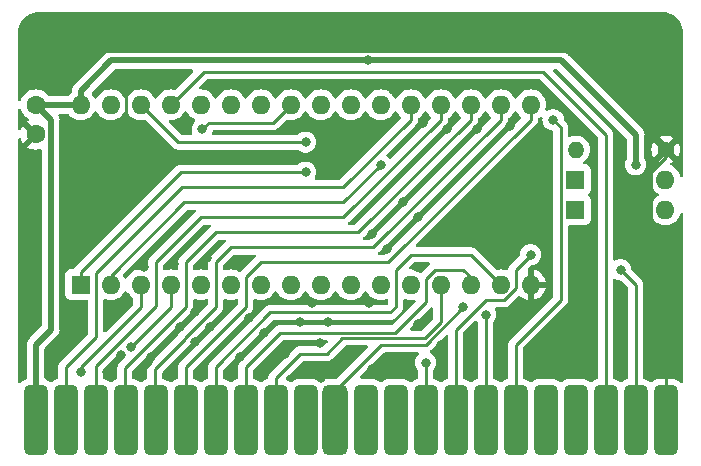
<source format=gbr>
%TF.GenerationSoftware,KiCad,Pcbnew,7.0.10*%
%TF.CreationDate,2024-01-06T19:25:06+00:00*%
%TF.ProjectId,v1a,7631612e-6b69-4636-9164-5f7063625858,rev?*%
%TF.SameCoordinates,Original*%
%TF.FileFunction,Copper,L2,Bot*%
%TF.FilePolarity,Positive*%
%FSLAX46Y46*%
G04 Gerber Fmt 4.6, Leading zero omitted, Abs format (unit mm)*
G04 Created by KiCad (PCBNEW 7.0.10) date 2024-01-06 19:25:06*
%MOMM*%
%LPD*%
G01*
G04 APERTURE LIST*
G04 Aperture macros list*
%AMRoundRect*
0 Rectangle with rounded corners*
0 $1 Rounding radius*
0 $2 $3 $4 $5 $6 $7 $8 $9 X,Y pos of 4 corners*
0 Add a 4 corners polygon primitive as box body*
4,1,4,$2,$3,$4,$5,$6,$7,$8,$9,$2,$3,0*
0 Add four circle primitives for the rounded corners*
1,1,$1+$1,$2,$3*
1,1,$1+$1,$4,$5*
1,1,$1+$1,$6,$7*
1,1,$1+$1,$8,$9*
0 Add four rect primitives between the rounded corners*
20,1,$1+$1,$2,$3,$4,$5,0*
20,1,$1+$1,$4,$5,$6,$7,0*
20,1,$1+$1,$6,$7,$8,$9,0*
20,1,$1+$1,$8,$9,$2,$3,0*%
G04 Aperture macros list end*
%TA.AperFunction,ComponentPad*%
%ADD10R,1.600000X1.600000*%
%TD*%
%TA.AperFunction,ComponentPad*%
%ADD11O,1.600000X1.600000*%
%TD*%
%TA.AperFunction,ComponentPad*%
%ADD12C,1.600000*%
%TD*%
%TA.AperFunction,SMDPad,CuDef*%
%ADD13RoundRect,0.508000X-0.508000X-2.464500X0.508000X-2.464500X0.508000X2.464500X-0.508000X2.464500X0*%
%TD*%
%TA.AperFunction,SMDPad,CuDef*%
%ADD14RoundRect,0.508000X-0.508000X-2.468000X0.508000X-2.468000X0.508000X2.468000X-0.508000X2.468000X0*%
%TD*%
%TA.AperFunction,SMDPad,CuDef*%
%ADD15RoundRect,0.539750X-0.539750X-2.436250X0.539750X-2.436250X0.539750X2.436250X-0.539750X2.436250X0*%
%TD*%
%TA.AperFunction,ComponentPad*%
%ADD16C,1.400000*%
%TD*%
%TA.AperFunction,ComponentPad*%
%ADD17O,1.400000X1.400000*%
%TD*%
%TA.AperFunction,ViaPad*%
%ADD18C,0.800000*%
%TD*%
%TA.AperFunction,Conductor*%
%ADD19C,0.250000*%
%TD*%
%TA.AperFunction,Conductor*%
%ADD20C,0.500000*%
%TD*%
G04 APERTURE END LIST*
D10*
%TO.P,D1,1,K*%
%TO.N,Net-(D1-K)*%
X88874600Y-73660000D03*
D11*
%TO.P,D1,2,A*%
%TO.N,~{SEL}*%
X96494600Y-73660000D03*
%TD*%
D12*
%TO.P,C1,1*%
%TO.N,GND*%
X43180000Y-67270000D03*
%TO.P,C1,2*%
%TO.N,+5V*%
X43180000Y-64770000D03*
%TD*%
D10*
%TO.P,U1,1,A18*%
%TO.N,B3*%
X46990000Y-80010000D03*
D11*
%TO.P,U1,2,A16*%
%TO.N,B1*%
X49530000Y-80010000D03*
%TO.P,U1,3,A14*%
%TO.N,A14*%
X52070000Y-80010000D03*
%TO.P,U1,4,A12*%
%TO.N,A12*%
X54610000Y-80010000D03*
%TO.P,U1,5,A7*%
%TO.N,A7*%
X57150000Y-80010000D03*
%TO.P,U1,6,A6*%
%TO.N,A6*%
X59690000Y-80010000D03*
%TO.P,U1,7,A5*%
%TO.N,A5*%
X62230000Y-80010000D03*
%TO.P,U1,8,A4*%
%TO.N,A4*%
X64770000Y-80010000D03*
%TO.P,U1,9,A3*%
%TO.N,A3*%
X67310000Y-80010000D03*
%TO.P,U1,10,A2*%
%TO.N,A2*%
X69850000Y-80010000D03*
%TO.P,U1,11,A1*%
%TO.N,A1*%
X72390000Y-80010000D03*
%TO.P,U1,12,A0*%
%TO.N,A0*%
X74930000Y-80010000D03*
%TO.P,U1,13,DQ0*%
%TO.N,D0*%
X77470000Y-80010000D03*
%TO.P,U1,14,DQ1*%
%TO.N,D1*%
X80010000Y-80010000D03*
%TO.P,U1,15,DQ2*%
%TO.N,D2*%
X82550000Y-80010000D03*
%TO.P,U1,16,VSS*%
%TO.N,GND*%
X85090000Y-80010000D03*
%TO.P,U1,17,DQ3*%
%TO.N,D3*%
X85090000Y-64770000D03*
%TO.P,U1,18,DQ4*%
%TO.N,D4*%
X82550000Y-64770000D03*
%TO.P,U1,19,DQ5*%
%TO.N,D5*%
X80010000Y-64770000D03*
%TO.P,U1,20,DQ6*%
%TO.N,D6*%
X77470000Y-64770000D03*
%TO.P,U1,21,DQ7*%
%TO.N,D7*%
X74930000Y-64770000D03*
%TO.P,U1,22,CE#*%
%TO.N,Net-(D1-K)*%
X72390000Y-64770000D03*
%TO.P,U1,23,A10*%
%TO.N,A10*%
X69850000Y-64770000D03*
%TO.P,U1,24,OE#*%
%TO.N,+5V*%
X67310000Y-64770000D03*
%TO.P,U1,25,A11*%
%TO.N,A11*%
X64770000Y-64770000D03*
%TO.P,U1,26,A9*%
%TO.N,A9*%
X62230000Y-64770000D03*
%TO.P,U1,27,A8*%
%TO.N,A8*%
X59690000Y-64770000D03*
%TO.P,U1,28,A13*%
%TO.N,A13*%
X57150000Y-64770000D03*
%TO.P,U1,29,WE#*%
%TO.N,R{slash}~{W}*%
X54610000Y-64770000D03*
%TO.P,U1,30,A17*%
%TO.N,/Enable 128*%
X52070000Y-64770000D03*
%TO.P,U1,31,A15*%
%TO.N,B0*%
X49530000Y-64770000D03*
%TO.P,U1,32,VCC*%
%TO.N,+5V*%
X46990000Y-64770000D03*
%TD*%
D10*
%TO.P,D2,1,K*%
%TO.N,Net-(D1-K)*%
X88874600Y-71120000D03*
D11*
%TO.P,D2,2,A*%
%TO.N,~{CART}*%
X96494600Y-71120000D03*
%TD*%
D13*
%TO.P,J1,2,Pin_2*%
%TO.N,+5V*%
X43180000Y-91440000D03*
%TO.P,J1,4,Pin_4*%
%TO.N,D7*%
X45720000Y-91440000D03*
%TO.P,J1,6,Pin_6*%
%TO.N,D6*%
X48260000Y-91440000D03*
%TO.P,J1,8,Pin_8*%
%TO.N,D5*%
X50800000Y-91440000D03*
%TO.P,J1,10,Pin_10*%
%TO.N,D4*%
X53340000Y-91440000D03*
D14*
%TO.P,J1,12,Pin_12*%
%TO.N,D3*%
X55880000Y-91443500D03*
D13*
%TO.P,J1,14,Pin_14*%
%TO.N,D2*%
X58420000Y-91440000D03*
%TO.P,J1,16,Pin_16*%
%TO.N,D1*%
X60960000Y-91440000D03*
%TO.P,J1,18,Pin_18*%
%TO.N,D0*%
X63500000Y-91440000D03*
%TO.P,J1,20,Pin_20*%
%TO.N,B7*%
X66040000Y-91440000D03*
D15*
%TO.P,J1,22,Pin_22*%
%TO.N,B6*%
X68516500Y-91443500D03*
D13*
%TO.P,J1,24,Pin_24*%
%TO.N,B5*%
X71120000Y-91440000D03*
%TO.P,J1,26,Pin_26*%
%TO.N,B4*%
X73660000Y-91440000D03*
%TO.P,J1,28,Pin_28*%
%TO.N,B3*%
X76200000Y-91440000D03*
%TO.P,J1,30,Pin_30*%
%TO.N,B2*%
X78740000Y-91440000D03*
%TO.P,J1,32,Pin_32*%
%TO.N,B1*%
X81280000Y-91440000D03*
D14*
%TO.P,J1,34,Pin_34*%
%TO.N,B0*%
X83820000Y-91443500D03*
D13*
%TO.P,J1,36,Pin_36*%
%TO.N,3M*%
X86360000Y-91440000D03*
%TO.P,J1,38,Pin_38*%
%TO.N,~{R}{slash}W*%
X88900000Y-91440000D03*
%TO.P,J1,40,Pin_40*%
%TO.N,R{slash}~{W}*%
X91440000Y-91440000D03*
D14*
%TO.P,J1,42,Pin_42*%
%TO.N,Net-(J1-Pin_42)*%
X93980000Y-91443500D03*
D13*
%TO.P,J1,44,Pin_44*%
%TO.N,GND*%
X96520000Y-91440000D03*
%TD*%
D16*
%TO.P,R1,1*%
%TO.N,GND*%
X96520000Y-68580000D03*
D17*
%TO.P,R1,2*%
%TO.N,Net-(D1-K)*%
X88900000Y-68580000D03*
%TD*%
D18*
%TO.N,GND*%
X52324000Y-78486000D03*
X80010000Y-85090000D03*
X50800000Y-62738000D03*
X89662000Y-85090000D03*
X53340000Y-62738000D03*
X96266000Y-82296000D03*
X71374000Y-81534000D03*
X77978000Y-66802000D03*
X72898000Y-76962000D03*
X71628000Y-87122000D03*
X56896000Y-87630000D03*
X51968400Y-87579200D03*
X95250000Y-77724000D03*
X66040000Y-63246000D03*
X74295000Y-73025000D03*
X56642000Y-84836000D03*
X64262000Y-85852000D03*
X46990000Y-75438000D03*
X54864000Y-78232000D03*
X73406000Y-63500000D03*
X50404773Y-85991038D03*
X82804000Y-71374000D03*
X58420000Y-69342000D03*
X70231000Y-85852000D03*
X92710000Y-82296000D03*
X55118000Y-62230000D03*
X61468000Y-69342000D03*
X80518000Y-66802000D03*
X59944000Y-77978000D03*
X69850000Y-67056000D03*
X88900000Y-81280000D03*
X57658000Y-77724000D03*
X75946000Y-66294000D03*
X59436000Y-87630000D03*
X67310000Y-87884000D03*
X57912000Y-83566000D03*
X71628000Y-75692000D03*
X92456000Y-67564000D03*
X61976000Y-87630000D03*
X67259200Y-84988400D03*
X60452000Y-86106000D03*
X64770000Y-59690000D03*
X52984400Y-86156800D03*
X75438000Y-78486000D03*
X83312000Y-82550000D03*
X50038000Y-67056000D03*
X62484000Y-84074000D03*
X56642000Y-82296000D03*
X67919600Y-83210400D03*
X82296000Y-87376000D03*
X75565000Y-74295000D03*
X77470000Y-85090000D03*
X49530000Y-82804000D03*
X88900000Y-66802000D03*
X87122000Y-83312000D03*
X80010000Y-87630000D03*
X55372000Y-83566000D03*
X56083200Y-66395600D03*
X50800000Y-81026000D03*
X66548000Y-81534000D03*
X68580000Y-63246000D03*
X49225200Y-87426800D03*
X66040000Y-66294000D03*
X54305200Y-87731600D03*
X45212000Y-85852000D03*
X75565000Y-83312000D03*
X45085000Y-62865000D03*
X61264800Y-82804000D03*
X68834000Y-86995000D03*
X73914000Y-86868000D03*
X65532000Y-83210400D03*
X55626000Y-69342000D03*
X83312000Y-66548000D03*
X46609000Y-83997800D03*
X77470000Y-76200000D03*
%TO.N,+5V*%
X93980000Y-69850000D03*
X71307000Y-61027000D03*
%TO.N,A14*%
X46990000Y-87376000D03*
%TO.N,A12*%
X51244500Y-85280500D03*
%TO.N,A11*%
X57292819Y-66817819D03*
%TO.N,B6*%
X79375000Y-81915000D03*
%TO.N,B3*%
X76200000Y-86614000D03*
X66040000Y-70485000D03*
%TO.N,B2*%
X85090000Y-77470000D03*
%TO.N,B1*%
X72390000Y-69850000D03*
X81280000Y-82550000D03*
%TO.N,B0*%
X86995000Y-66040000D03*
%TO.N,Net-(J1-Pin_42)*%
X92710000Y-78740000D03*
%TO.N,/Enable 128*%
X66040000Y-67945000D03*
%TD*%
D19*
%TO.N,GND*%
X95250000Y-77724000D02*
X95250000Y-86614000D01*
X95250000Y-77724000D02*
X95250000Y-70485000D01*
X96520000Y-69215000D02*
X96520000Y-68225051D01*
X47752000Y-60198000D02*
X45085000Y-62865000D01*
X50800000Y-62738000D02*
X50800000Y-66294000D01*
X96520000Y-87884000D02*
X96520000Y-91440000D01*
X50800000Y-66294000D02*
X50038000Y-67056000D01*
X95250000Y-70485000D02*
X96520000Y-69215000D01*
X88492949Y-60198000D02*
X47752000Y-60198000D01*
X95250000Y-86614000D02*
X96520000Y-87884000D01*
X52984400Y-86563200D02*
X51968400Y-87579200D01*
X96520000Y-68225051D02*
X88492949Y-60198000D01*
X52984400Y-86156800D02*
X52984400Y-86563200D01*
D20*
%TO.N,+5V*%
X43180000Y-64770000D02*
X44450000Y-66040000D01*
X49601630Y-61027000D02*
X46990000Y-63638630D01*
X93980000Y-67310000D02*
X87697000Y-61027000D01*
X43180000Y-85090000D02*
X43180000Y-91440000D01*
X93980000Y-69850000D02*
X93980000Y-67310000D01*
X46990000Y-63638630D02*
X46990000Y-64770000D01*
X43180000Y-64770000D02*
X46990000Y-64770000D01*
X44450000Y-83820000D02*
X43180000Y-85090000D01*
X87697000Y-61027000D02*
X71307000Y-61027000D01*
X71307000Y-61027000D02*
X49601630Y-61027000D01*
X44450000Y-66040000D02*
X44450000Y-83820000D01*
D19*
%TO.N,D7*%
X45720000Y-91440000D02*
X45720000Y-86995000D01*
X69215000Y-71755000D02*
X74930000Y-66040000D01*
X74930000Y-66040000D02*
X74930000Y-64770000D01*
X55562500Y-71755000D02*
X69215000Y-71755000D01*
X45720000Y-86995000D02*
X48260000Y-84455000D01*
X48260000Y-79057500D02*
X55562500Y-71755000D01*
X48260000Y-84455000D02*
X48260000Y-79057500D01*
%TO.N,A14*%
X46990000Y-86995000D02*
X52070000Y-81915000D01*
X52070000Y-81915000D02*
X52070000Y-80010000D01*
X46990000Y-87376000D02*
X46990000Y-86995000D01*
%TO.N,D6*%
X48260000Y-86918800D02*
X53340000Y-81838800D01*
X53340000Y-78105000D02*
X57150000Y-74295000D01*
X57150000Y-74295000D02*
X69215000Y-74295000D01*
X77470000Y-66040000D02*
X77470000Y-64770000D01*
X48260000Y-91440000D02*
X48260000Y-86918800D01*
X53340000Y-81838800D02*
X53340000Y-78105000D01*
X69215000Y-74295000D02*
X77470000Y-66040000D01*
%TO.N,D5*%
X58420000Y-75565000D02*
X55880000Y-78105000D01*
X80010000Y-64770000D02*
X80010000Y-66040000D01*
X55880000Y-78105000D02*
X55880000Y-81891273D01*
X55880000Y-81891273D02*
X50737000Y-87034273D01*
X80010000Y-66040000D02*
X70485000Y-75565000D01*
X70485000Y-75565000D02*
X58420000Y-75565000D01*
X50737000Y-91377000D02*
X50800000Y-91440000D01*
X50737000Y-87034273D02*
X50737000Y-91377000D01*
%TO.N,A12*%
X51244500Y-85280500D02*
X54610000Y-81915000D01*
X54610000Y-81915000D02*
X54610000Y-80010000D01*
%TO.N,D4*%
X59690000Y-76835000D02*
X71755000Y-76835000D01*
X55817000Y-84494273D02*
X58420000Y-81891273D01*
X53340000Y-91440000D02*
X53277000Y-91377000D01*
X55817000Y-84594200D02*
X55817000Y-84494273D01*
X58420000Y-78105000D02*
X59690000Y-76835000D01*
X53277000Y-87134200D02*
X55817000Y-84594200D01*
X82550000Y-66040000D02*
X82550000Y-64770000D01*
X71755000Y-76835000D02*
X82550000Y-66040000D01*
X58420000Y-81891273D02*
X58420000Y-78105000D01*
X53277000Y-91377000D02*
X53277000Y-87134200D01*
%TO.N,A11*%
X57292819Y-66817819D02*
X57816638Y-66294000D01*
X63246000Y-66294000D02*
X64770000Y-64770000D01*
X57816638Y-66294000D02*
X63246000Y-66294000D01*
%TO.N,D3*%
X62230000Y-78105000D02*
X60960000Y-79375000D01*
X60960000Y-79375000D02*
X60960000Y-81915000D01*
X73025000Y-78105000D02*
X62230000Y-78105000D01*
X85090000Y-66040000D02*
X73025000Y-78105000D01*
X60960000Y-81915000D02*
X55880000Y-86995000D01*
X85090000Y-64770000D02*
X85090000Y-66040000D01*
X55880000Y-86995000D02*
X55880000Y-91443500D01*
%TO.N,D2*%
X73660000Y-78740000D02*
X73660000Y-81915000D01*
X58420000Y-86971273D02*
X58420000Y-91440000D01*
X73216000Y-82359000D02*
X63032273Y-82359000D01*
X80010000Y-77470000D02*
X74930000Y-77470000D01*
X73660000Y-81915000D02*
X73216000Y-82359000D01*
X82550000Y-80010000D02*
X80010000Y-77470000D01*
X63032273Y-82359000D02*
X58420000Y-86971273D01*
X74930000Y-77470000D02*
X73660000Y-78740000D01*
%TO.N,D1*%
X63881000Y-84074000D02*
X60960000Y-86995000D01*
X60960000Y-86995000D02*
X60960000Y-91440000D01*
X76992005Y-78740000D02*
X76200000Y-79532005D01*
X76200000Y-79532005D02*
X76200000Y-81503995D01*
X79375000Y-78740000D02*
X76992005Y-78740000D01*
X76200000Y-81503995D02*
X73629995Y-84074000D01*
X73629995Y-84074000D02*
X63881000Y-84074000D01*
X80010000Y-79375000D02*
X79375000Y-78740000D01*
X80010000Y-80010000D02*
X80010000Y-79375000D01*
%TO.N,D0*%
X63500000Y-87884000D02*
X63500000Y-91440000D01*
X77470000Y-83183604D02*
X76129604Y-84524000D01*
X77470000Y-80010000D02*
X77470000Y-83183604D01*
X69146000Y-84524000D02*
X67818000Y-85852000D01*
X67818000Y-85852000D02*
X65532000Y-85852000D01*
X65532000Y-85852000D02*
X63500000Y-87884000D01*
X76129604Y-84524000D02*
X69146000Y-84524000D01*
%TO.N,B6*%
X68516500Y-89033000D02*
X72459500Y-85090000D01*
X76200000Y-85090000D02*
X79375000Y-81915000D01*
X72459500Y-85090000D02*
X76200000Y-85090000D01*
X68516500Y-91443500D02*
X68516500Y-89033000D01*
%TO.N,B3*%
X62870000Y-70485000D02*
X66040000Y-70485000D01*
X62870000Y-70485000D02*
X55465000Y-70485000D01*
X55465000Y-70485000D02*
X46990000Y-78960000D01*
X76200000Y-91440000D02*
X76200000Y-86614000D01*
X46990000Y-78960000D02*
X46990000Y-80010000D01*
%TO.N,B2*%
X83820000Y-78740000D02*
X83820000Y-80330991D01*
X85090000Y-77470000D02*
X83820000Y-78740000D01*
X83820000Y-80330991D02*
X82870991Y-81280000D01*
X78740000Y-83820000D02*
X78740000Y-91440000D01*
X82870991Y-81280000D02*
X81280000Y-81280000D01*
X81280000Y-81280000D02*
X78740000Y-83820000D01*
%TO.N,B1*%
X81280000Y-82550000D02*
X81280000Y-91440000D01*
X72390000Y-69850000D02*
X69215000Y-73025000D01*
X49530000Y-79248000D02*
X49530000Y-80010000D01*
X69215000Y-73025000D02*
X55753000Y-73025000D01*
X55753000Y-73025000D02*
X49530000Y-79248000D01*
%TO.N,B0*%
X87630000Y-66675000D02*
X87630000Y-81280000D01*
X87630000Y-81280000D02*
X83820000Y-85090000D01*
X83820000Y-85090000D02*
X83820000Y-91443500D01*
X86995000Y-66040000D02*
X87630000Y-66675000D01*
%TO.N,R{slash}~{W}*%
X91440000Y-91440000D02*
X91440000Y-67310000D01*
X86106000Y-61976000D02*
X57404000Y-61976000D01*
X91440000Y-67310000D02*
X86106000Y-61976000D01*
X57404000Y-61976000D02*
X54610000Y-64770000D01*
%TO.N,Net-(J1-Pin_42)*%
X93980000Y-91443500D02*
X93980000Y-80010000D01*
X93980000Y-80010000D02*
X92710000Y-78740000D01*
%TO.N,/Enable 128*%
X55245000Y-67945000D02*
X52070000Y-64770000D01*
X66040000Y-67945000D02*
X55245000Y-67945000D01*
%TD*%
%TA.AperFunction,Conductor*%
%TO.N,GND*%
G36*
X96208415Y-56942501D02*
G01*
X96218405Y-56942501D01*
X96261571Y-56942501D01*
X96270417Y-56942817D01*
X96503577Y-56959492D01*
X96521078Y-56962009D01*
X96745156Y-57010754D01*
X96762121Y-57015735D01*
X96976991Y-57095877D01*
X96993064Y-57103218D01*
X97194332Y-57213118D01*
X97194336Y-57213120D01*
X97209219Y-57222685D01*
X97392791Y-57360105D01*
X97406162Y-57371691D01*
X97568308Y-57533837D01*
X97579894Y-57547208D01*
X97717314Y-57730780D01*
X97726879Y-57745663D01*
X97836776Y-57946924D01*
X97844124Y-57963014D01*
X97850015Y-57978807D01*
X97924262Y-58177873D01*
X97929246Y-58194848D01*
X97977989Y-58418916D01*
X97980507Y-58436428D01*
X97997183Y-58669581D01*
X97997499Y-58678427D01*
X97997499Y-70762273D01*
X97977814Y-70829312D01*
X97925010Y-70875067D01*
X97855852Y-70885011D01*
X97792296Y-70855986D01*
X97754522Y-70797208D01*
X97753724Y-70794366D01*
X97721341Y-70673511D01*
X97721338Y-70673502D01*
X97651105Y-70522888D01*
X97625168Y-70467266D01*
X97505768Y-70296744D01*
X97494645Y-70280858D01*
X97333741Y-70119954D01*
X97147334Y-69989432D01*
X97147332Y-69989431D01*
X96982757Y-69912688D01*
X96930318Y-69866515D01*
X96911166Y-69799322D01*
X96931382Y-69732441D01*
X96984547Y-69687106D01*
X96990369Y-69684679D01*
X97057174Y-69658798D01*
X97057181Y-69658795D01*
X97173326Y-69586879D01*
X96520001Y-68933553D01*
X96520000Y-68933553D01*
X95866672Y-69586879D01*
X95866672Y-69586880D01*
X95982821Y-69658797D01*
X95982822Y-69658798D01*
X96021882Y-69673930D01*
X96077284Y-69716503D01*
X96100874Y-69782270D01*
X96085163Y-69850350D01*
X96035139Y-69899129D01*
X96029493Y-69901939D01*
X95841867Y-69989431D01*
X95841865Y-69989432D01*
X95655458Y-70119954D01*
X95494554Y-70280858D01*
X95364032Y-70467265D01*
X95364031Y-70467267D01*
X95267861Y-70673502D01*
X95267858Y-70673511D01*
X95208966Y-70893302D01*
X95208964Y-70893313D01*
X95189132Y-71119998D01*
X95189132Y-71120001D01*
X95208964Y-71346686D01*
X95208966Y-71346697D01*
X95267858Y-71566488D01*
X95267861Y-71566497D01*
X95364031Y-71772732D01*
X95364032Y-71772734D01*
X95494554Y-71959141D01*
X95655458Y-72120045D01*
X95655461Y-72120047D01*
X95841866Y-72250568D01*
X95899875Y-72277618D01*
X95952314Y-72323791D01*
X95971466Y-72390984D01*
X95951250Y-72457865D01*
X95899875Y-72502381D01*
X95899718Y-72502455D01*
X95841867Y-72529431D01*
X95841865Y-72529432D01*
X95655458Y-72659954D01*
X95494554Y-72820858D01*
X95364032Y-73007265D01*
X95364031Y-73007267D01*
X95267861Y-73213502D01*
X95267858Y-73213511D01*
X95208966Y-73433302D01*
X95208964Y-73433313D01*
X95189132Y-73659998D01*
X95189132Y-73660001D01*
X95208964Y-73886686D01*
X95208966Y-73886697D01*
X95267858Y-74106488D01*
X95267861Y-74106497D01*
X95364031Y-74312732D01*
X95364032Y-74312734D01*
X95494554Y-74499141D01*
X95655458Y-74660045D01*
X95655461Y-74660047D01*
X95841866Y-74790568D01*
X96048104Y-74886739D01*
X96267908Y-74945635D01*
X96429830Y-74959801D01*
X96494598Y-74965468D01*
X96494600Y-74965468D01*
X96494602Y-74965468D01*
X96551407Y-74960498D01*
X96721292Y-74945635D01*
X96941096Y-74886739D01*
X97147334Y-74790568D01*
X97333739Y-74660047D01*
X97494647Y-74499139D01*
X97625168Y-74312734D01*
X97721339Y-74106496D01*
X97753724Y-73985633D01*
X97790089Y-73925972D01*
X97852936Y-73895443D01*
X97922311Y-73903738D01*
X97976189Y-73948223D01*
X97997464Y-74014775D01*
X97997499Y-74017726D01*
X97997499Y-88221361D01*
X97977814Y-88288400D01*
X97925010Y-88334155D01*
X97855852Y-88344099D01*
X97792296Y-88315074D01*
X97777646Y-88300027D01*
X97744210Y-88259285D01*
X97590725Y-88133325D01*
X97590718Y-88133320D01*
X97415612Y-88039724D01*
X97225605Y-87982085D01*
X97225603Y-87982084D01*
X97077515Y-87967500D01*
X95962485Y-87967500D01*
X95814396Y-87982084D01*
X95814394Y-87982085D01*
X95624387Y-88039724D01*
X95449281Y-88133320D01*
X95449274Y-88133325D01*
X95329060Y-88231982D01*
X95264750Y-88259295D01*
X95195882Y-88247504D01*
X95171730Y-88231982D01*
X95051005Y-88132905D01*
X95050998Y-88132901D01*
X94875805Y-88039259D01*
X94693504Y-87983958D01*
X94635066Y-87945661D01*
X94606609Y-87881849D01*
X94605500Y-87865298D01*
X94605500Y-80092737D01*
X94607224Y-80077123D01*
X94606938Y-80077096D01*
X94607672Y-80069333D01*
X94605561Y-80002144D01*
X94605500Y-79998250D01*
X94605500Y-79970651D01*
X94605500Y-79970650D01*
X94604997Y-79966670D01*
X94604080Y-79955021D01*
X94602709Y-79911373D01*
X94597122Y-79892144D01*
X94593174Y-79873084D01*
X94590664Y-79853208D01*
X94574585Y-79812597D01*
X94570804Y-79801552D01*
X94558619Y-79759612D01*
X94548418Y-79742363D01*
X94539860Y-79724894D01*
X94532486Y-79706268D01*
X94532483Y-79706264D01*
X94532483Y-79706263D01*
X94506816Y-79670935D01*
X94500403Y-79661172D01*
X94480894Y-79628185D01*
X94478170Y-79623579D01*
X94478166Y-79623575D01*
X94478163Y-79623571D01*
X94464005Y-79609413D01*
X94451370Y-79594620D01*
X94439593Y-79578412D01*
X94405945Y-79550576D01*
X94397304Y-79542713D01*
X93648960Y-78794369D01*
X93615475Y-78733046D01*
X93613323Y-78719668D01*
X93595674Y-78551744D01*
X93537179Y-78371716D01*
X93442533Y-78207784D01*
X93315871Y-78067112D01*
X93315870Y-78067111D01*
X93162734Y-77955851D01*
X93162729Y-77955848D01*
X92989807Y-77878857D01*
X92989802Y-77878855D01*
X92844001Y-77847865D01*
X92804646Y-77839500D01*
X92615354Y-77839500D01*
X92582897Y-77846398D01*
X92430197Y-77878855D01*
X92430192Y-77878857D01*
X92257270Y-77955848D01*
X92251637Y-77959101D01*
X92250145Y-77956517D01*
X92196483Y-77975617D01*
X92128441Y-77959739D01*
X92079785Y-77909595D01*
X92065500Y-77851814D01*
X92065500Y-67392738D01*
X92067224Y-67377124D01*
X92066938Y-67377097D01*
X92067672Y-67369334D01*
X92067525Y-67364671D01*
X92065561Y-67302144D01*
X92065500Y-67298250D01*
X92065500Y-67270651D01*
X92065500Y-67270650D01*
X92064997Y-67266670D01*
X92064080Y-67255021D01*
X92062709Y-67211373D01*
X92057122Y-67192144D01*
X92053174Y-67173084D01*
X92051629Y-67160851D01*
X92050664Y-67153208D01*
X92034585Y-67112597D01*
X92030804Y-67101552D01*
X92018619Y-67059612D01*
X92008418Y-67042363D01*
X91999860Y-67024894D01*
X91992486Y-67006268D01*
X91992483Y-67006264D01*
X91992483Y-67006263D01*
X91966816Y-66970935D01*
X91960403Y-66961172D01*
X91938172Y-66923583D01*
X91938170Y-66923579D01*
X91938166Y-66923575D01*
X91938163Y-66923571D01*
X91924005Y-66909413D01*
X91911370Y-66894620D01*
X91899593Y-66878412D01*
X91865945Y-66850576D01*
X91857304Y-66842713D01*
X87003772Y-61989181D01*
X86970287Y-61927858D01*
X86975271Y-61858166D01*
X87017143Y-61802233D01*
X87082607Y-61777816D01*
X87091453Y-61777500D01*
X87334770Y-61777500D01*
X87401809Y-61797185D01*
X87422451Y-61813819D01*
X93193181Y-67584549D01*
X93226666Y-67645872D01*
X93229500Y-67672230D01*
X93229500Y-69315677D01*
X93212887Y-69377677D01*
X93152821Y-69481714D01*
X93095283Y-69658798D01*
X93094326Y-69661744D01*
X93074540Y-69850000D01*
X93094326Y-70038256D01*
X93094327Y-70038259D01*
X93152818Y-70218277D01*
X93152821Y-70218284D01*
X93247467Y-70382216D01*
X93374129Y-70522888D01*
X93527265Y-70634148D01*
X93527270Y-70634151D01*
X93700192Y-70711142D01*
X93700197Y-70711144D01*
X93885354Y-70750500D01*
X93885355Y-70750500D01*
X94074644Y-70750500D01*
X94074646Y-70750500D01*
X94259803Y-70711144D01*
X94432730Y-70634151D01*
X94585871Y-70522888D01*
X94712533Y-70382216D01*
X94807179Y-70218284D01*
X94865674Y-70038256D01*
X94885460Y-69850000D01*
X94865674Y-69661744D01*
X94807179Y-69481716D01*
X94780282Y-69435128D01*
X94747113Y-69377677D01*
X94730500Y-69315677D01*
X94730500Y-68580000D01*
X95314859Y-68580000D01*
X95335378Y-68801439D01*
X95396240Y-69015350D01*
X95495369Y-69214428D01*
X95511137Y-69235308D01*
X95511138Y-69235308D01*
X96137145Y-68609302D01*
X96166372Y-68609302D01*
X96195047Y-68722538D01*
X96258936Y-68820327D01*
X96351115Y-68892072D01*
X96461595Y-68930000D01*
X96549005Y-68930000D01*
X96635216Y-68915614D01*
X96737947Y-68860019D01*
X96817060Y-68774079D01*
X96863982Y-68667108D01*
X96871200Y-68580000D01*
X96873553Y-68580000D01*
X97528861Y-69235308D01*
X97544631Y-69214425D01*
X97544633Y-69214422D01*
X97643759Y-69015350D01*
X97704621Y-68801439D01*
X97725141Y-68580000D01*
X97725141Y-68579999D01*
X97704621Y-68358560D01*
X97643759Y-68144649D01*
X97544635Y-67945580D01*
X97544630Y-67945572D01*
X97528860Y-67924690D01*
X96873553Y-68579999D01*
X96873553Y-68580000D01*
X96871200Y-68580000D01*
X96873628Y-68550698D01*
X96844953Y-68437462D01*
X96781064Y-68339673D01*
X96688885Y-68267928D01*
X96578405Y-68230000D01*
X96490995Y-68230000D01*
X96404784Y-68244386D01*
X96302053Y-68299981D01*
X96222940Y-68385921D01*
X96176018Y-68492892D01*
X96166372Y-68609302D01*
X96137145Y-68609302D01*
X96166447Y-68580000D01*
X95511138Y-67924691D01*
X95511137Y-67924691D01*
X95495368Y-67945574D01*
X95396240Y-68144649D01*
X95335378Y-68358560D01*
X95314859Y-68579999D01*
X95314859Y-68580000D01*
X94730500Y-68580000D01*
X94730500Y-67573119D01*
X95866671Y-67573119D01*
X96520000Y-68226447D01*
X96520001Y-68226447D01*
X97173327Y-67573119D01*
X97057178Y-67501202D01*
X97057177Y-67501201D01*
X96849804Y-67420865D01*
X96631193Y-67380000D01*
X96408807Y-67380000D01*
X96190195Y-67420865D01*
X95982824Y-67501200D01*
X95982823Y-67501201D01*
X95866671Y-67573119D01*
X94730500Y-67573119D01*
X94730500Y-67373705D01*
X94731809Y-67355735D01*
X94732129Y-67353547D01*
X94735289Y-67331977D01*
X94734197Y-67319500D01*
X94730972Y-67282630D01*
X94730500Y-67271822D01*
X94730500Y-67266296D01*
X94730500Y-67266291D01*
X94726901Y-67235509D01*
X94726536Y-67231929D01*
X94719999Y-67157201D01*
X94718539Y-67150129D01*
X94718597Y-67150116D01*
X94716965Y-67142757D01*
X94716906Y-67142772D01*
X94715241Y-67135751D01*
X94715241Y-67135745D01*
X94689569Y-67065212D01*
X94688421Y-67061909D01*
X94664814Y-66990666D01*
X94664810Y-66990659D01*
X94661760Y-66984118D01*
X94661815Y-66984091D01*
X94658533Y-66977313D01*
X94658480Y-66977340D01*
X94655235Y-66970880D01*
X94614025Y-66908223D01*
X94612086Y-66905181D01*
X94599516Y-66884801D01*
X94572712Y-66841345D01*
X94572711Y-66841344D01*
X94572710Y-66841342D01*
X94568234Y-66835682D01*
X94568281Y-66835644D01*
X94563519Y-66829799D01*
X94563474Y-66829838D01*
X94558831Y-66824305D01*
X94504272Y-66772831D01*
X94501685Y-66770318D01*
X88272729Y-60541361D01*
X88260949Y-60527730D01*
X88246610Y-60508470D01*
X88208651Y-60476619D01*
X88200686Y-60469318D01*
X88196780Y-60465411D01*
X88172443Y-60446168D01*
X88169647Y-60443890D01*
X88112214Y-60395698D01*
X88106180Y-60391729D01*
X88106212Y-60391680D01*
X88099853Y-60387628D01*
X88099822Y-60387679D01*
X88093680Y-60383891D01*
X88093678Y-60383890D01*
X88093677Y-60383889D01*
X88025688Y-60352184D01*
X88022447Y-60350615D01*
X87958706Y-60318604D01*
X87955433Y-60316960D01*
X87955431Y-60316959D01*
X87955430Y-60316959D01*
X87948645Y-60314489D01*
X87948665Y-60314433D01*
X87941549Y-60311959D01*
X87941531Y-60312015D01*
X87934674Y-60309743D01*
X87861210Y-60294573D01*
X87857693Y-60293793D01*
X87784718Y-60276499D01*
X87777547Y-60275661D01*
X87777553Y-60275601D01*
X87770055Y-60274835D01*
X87770050Y-60274895D01*
X87762860Y-60274265D01*
X87687870Y-60276448D01*
X87684263Y-60276500D01*
X71846337Y-60276500D01*
X71779298Y-60256815D01*
X71773452Y-60252818D01*
X71759734Y-60242851D01*
X71759729Y-60242848D01*
X71586807Y-60165857D01*
X71586802Y-60165855D01*
X71441001Y-60134865D01*
X71401646Y-60126500D01*
X71212354Y-60126500D01*
X71179897Y-60133398D01*
X71027197Y-60165855D01*
X71027192Y-60165857D01*
X70854270Y-60242848D01*
X70854265Y-60242851D01*
X70840548Y-60252818D01*
X70774742Y-60276298D01*
X70767663Y-60276500D01*
X49665335Y-60276500D01*
X49647365Y-60275191D01*
X49623602Y-60271710D01*
X49578456Y-60275661D01*
X49574260Y-60276028D01*
X49563454Y-60276500D01*
X49557914Y-60276500D01*
X49527131Y-60280098D01*
X49523546Y-60280464D01*
X49448829Y-60287001D01*
X49441762Y-60288460D01*
X49441750Y-60288404D01*
X49434393Y-60290035D01*
X49434407Y-60290092D01*
X49427370Y-60291760D01*
X49356861Y-60317421D01*
X49353484Y-60318595D01*
X49314478Y-60331521D01*
X49282298Y-60342185D01*
X49275756Y-60345236D01*
X49275731Y-60345183D01*
X49268938Y-60348471D01*
X49268964Y-60348523D01*
X49262510Y-60351764D01*
X49199851Y-60392975D01*
X49196811Y-60394912D01*
X49132978Y-60434285D01*
X49127313Y-60438765D01*
X49127277Y-60438719D01*
X49121428Y-60443484D01*
X49121465Y-60443528D01*
X49115940Y-60448164D01*
X49115934Y-60448169D01*
X49115934Y-60448170D01*
X49092363Y-60473153D01*
X49064462Y-60502726D01*
X49061950Y-60505311D01*
X46504358Y-63062902D01*
X46490729Y-63074681D01*
X46471469Y-63089020D01*
X46439632Y-63126961D01*
X46432346Y-63134914D01*
X46428407Y-63138854D01*
X46409176Y-63163175D01*
X46406902Y-63165967D01*
X46358694Y-63223420D01*
X46354729Y-63229449D01*
X46354682Y-63229418D01*
X46350630Y-63235777D01*
X46350679Y-63235807D01*
X46346889Y-63241951D01*
X46315192Y-63309924D01*
X46313623Y-63313166D01*
X46279957Y-63380202D01*
X46277488Y-63386987D01*
X46277432Y-63386966D01*
X46274960Y-63394080D01*
X46275015Y-63394099D01*
X46272743Y-63400955D01*
X46257573Y-63474418D01*
X46256793Y-63477934D01*
X46239499Y-63550909D01*
X46238661Y-63558084D01*
X46238601Y-63558077D01*
X46237835Y-63565575D01*
X46237895Y-63565581D01*
X46237265Y-63572770D01*
X46239219Y-63639890D01*
X46221492Y-63707474D01*
X46186395Y-63745071D01*
X46150868Y-63769947D01*
X46150863Y-63769951D01*
X45989951Y-63930862D01*
X45964912Y-63966623D01*
X45910335Y-64010248D01*
X45863337Y-64019500D01*
X44306663Y-64019500D01*
X44239624Y-63999815D01*
X44205088Y-63966623D01*
X44180045Y-63930858D01*
X44019141Y-63769954D01*
X43832734Y-63639432D01*
X43832732Y-63639431D01*
X43626497Y-63543261D01*
X43626488Y-63543258D01*
X43406697Y-63484366D01*
X43406693Y-63484365D01*
X43406692Y-63484365D01*
X43406691Y-63484364D01*
X43406686Y-63484364D01*
X43180002Y-63464532D01*
X43179998Y-63464532D01*
X42953313Y-63484364D01*
X42953302Y-63484366D01*
X42733511Y-63543258D01*
X42733502Y-63543261D01*
X42527267Y-63639431D01*
X42527265Y-63639432D01*
X42340858Y-63769954D01*
X42179954Y-63930858D01*
X42049432Y-64117265D01*
X42049431Y-64117267D01*
X41953261Y-64323502D01*
X41953258Y-64323511D01*
X41946275Y-64349575D01*
X41909910Y-64409236D01*
X41847063Y-64439765D01*
X41777688Y-64431470D01*
X41723810Y-64386985D01*
X41702535Y-64320433D01*
X41702500Y-64317482D01*
X41702500Y-58678427D01*
X41702816Y-58669581D01*
X41704491Y-58646156D01*
X41719491Y-58436419D01*
X41722009Y-58418916D01*
X41770754Y-58194839D01*
X41775736Y-58177873D01*
X41855876Y-57963007D01*
X41863217Y-57946934D01*
X41973121Y-57745660D01*
X41982683Y-57730783D01*
X42120107Y-57547206D01*
X42131686Y-57533842D01*
X42293842Y-57371686D01*
X42307206Y-57360107D01*
X42490783Y-57222683D01*
X42505663Y-57213120D01*
X42706934Y-57103217D01*
X42723007Y-57095876D01*
X42937881Y-57015733D01*
X42954839Y-57010754D01*
X43178922Y-56962007D01*
X43196419Y-56959491D01*
X43429582Y-56942816D01*
X43438428Y-56942500D01*
X43481595Y-56942500D01*
X96208403Y-56942500D01*
X96208415Y-56942501D01*
G37*
%TD.AperFunction*%
%TA.AperFunction,Conductor*%
G36*
X42794835Y-67395148D02*
G01*
X42852359Y-67508045D01*
X42941955Y-67597641D01*
X43054852Y-67655165D01*
X43135597Y-67667953D01*
X42454526Y-68349025D01*
X42527513Y-68400132D01*
X42527521Y-68400136D01*
X42733668Y-68496264D01*
X42733682Y-68496269D01*
X42953389Y-68555139D01*
X42953400Y-68555141D01*
X43179998Y-68574966D01*
X43180002Y-68574966D01*
X43406599Y-68555141D01*
X43406606Y-68555140D01*
X43543406Y-68518484D01*
X43613256Y-68520147D01*
X43671118Y-68559309D01*
X43698623Y-68623537D01*
X43699500Y-68638259D01*
X43699500Y-83457769D01*
X43679815Y-83524808D01*
X43663181Y-83545450D01*
X42694358Y-84514272D01*
X42680729Y-84526051D01*
X42661469Y-84540390D01*
X42629632Y-84578331D01*
X42622346Y-84586284D01*
X42618407Y-84590224D01*
X42599176Y-84614545D01*
X42596902Y-84617337D01*
X42548694Y-84674790D01*
X42544729Y-84680819D01*
X42544682Y-84680788D01*
X42540630Y-84687147D01*
X42540679Y-84687177D01*
X42536889Y-84693321D01*
X42505192Y-84761294D01*
X42503623Y-84764536D01*
X42469957Y-84831572D01*
X42467488Y-84838357D01*
X42467432Y-84838336D01*
X42464960Y-84845450D01*
X42465015Y-84845469D01*
X42462743Y-84852325D01*
X42447573Y-84925788D01*
X42446793Y-84929304D01*
X42429499Y-85002279D01*
X42428661Y-85009454D01*
X42428601Y-85009447D01*
X42427835Y-85016945D01*
X42427895Y-85016951D01*
X42427265Y-85024140D01*
X42429448Y-85099128D01*
X42429500Y-85102735D01*
X42429500Y-87903216D01*
X42409815Y-87970255D01*
X42357011Y-88016010D01*
X42341497Y-88021876D01*
X42284193Y-88039259D01*
X42109001Y-88132901D01*
X42108994Y-88132905D01*
X41955431Y-88258931D01*
X41922353Y-88299238D01*
X41864607Y-88338572D01*
X41794763Y-88340443D01*
X41734994Y-88304255D01*
X41704279Y-88241499D01*
X41702500Y-88220573D01*
X41702500Y-67720585D01*
X41722185Y-67653546D01*
X41774989Y-67607791D01*
X41844147Y-67597847D01*
X41907703Y-67626872D01*
X41945477Y-67685650D01*
X41946275Y-67688492D01*
X41953730Y-67716317D01*
X41953735Y-67716331D01*
X42049863Y-67922478D01*
X42100974Y-67995472D01*
X42782046Y-67314400D01*
X42794835Y-67395148D01*
G37*
%TD.AperFunction*%
%TA.AperFunction,Conductor*%
G36*
X73727865Y-65313348D02*
G01*
X73772381Y-65364724D01*
X73773495Y-65367112D01*
X73799429Y-65422728D01*
X73799432Y-65422734D01*
X73929954Y-65609141D01*
X74090858Y-65770045D01*
X74101848Y-65777740D01*
X74145475Y-65832316D01*
X74152670Y-65901814D01*
X74121150Y-65964169D01*
X74118409Y-65966998D01*
X68992228Y-71093181D01*
X68930905Y-71126666D01*
X68904547Y-71129500D01*
X66922480Y-71129500D01*
X66855441Y-71109815D01*
X66809686Y-71057011D01*
X66799742Y-70987853D01*
X66815093Y-70943500D01*
X66844071Y-70893308D01*
X66867179Y-70853284D01*
X66925674Y-70673256D01*
X66945460Y-70485000D01*
X66925674Y-70296744D01*
X66867179Y-70116716D01*
X66772533Y-69952784D01*
X66645871Y-69812112D01*
X66645870Y-69812111D01*
X66492734Y-69700851D01*
X66492729Y-69700848D01*
X66319807Y-69623857D01*
X66319802Y-69623855D01*
X66160865Y-69590073D01*
X66134646Y-69584500D01*
X65945354Y-69584500D01*
X65919135Y-69590073D01*
X65760197Y-69623855D01*
X65760192Y-69623857D01*
X65587270Y-69700848D01*
X65587265Y-69700851D01*
X65434130Y-69812110D01*
X65434126Y-69812114D01*
X65428400Y-69818474D01*
X65368913Y-69855121D01*
X65336252Y-69859500D01*
X55547743Y-69859500D01*
X55532122Y-69857775D01*
X55532096Y-69858061D01*
X55524334Y-69857327D01*
X55524333Y-69857327D01*
X55462109Y-69859282D01*
X55457127Y-69859439D01*
X55453232Y-69859500D01*
X55425647Y-69859500D01*
X55421661Y-69860003D01*
X55410033Y-69860918D01*
X55366373Y-69862290D01*
X55347129Y-69867881D01*
X55328079Y-69871825D01*
X55308211Y-69874334D01*
X55308210Y-69874334D01*
X55267599Y-69890413D01*
X55256554Y-69894194D01*
X55214614Y-69906379D01*
X55214610Y-69906381D01*
X55197366Y-69916579D01*
X55179905Y-69925133D01*
X55161274Y-69932510D01*
X55161262Y-69932517D01*
X55125933Y-69958185D01*
X55116173Y-69964596D01*
X55078580Y-69986829D01*
X55064414Y-70000995D01*
X55049624Y-70013627D01*
X55033414Y-70025404D01*
X55033411Y-70025407D01*
X55005573Y-70059058D01*
X54997711Y-70067697D01*
X46606208Y-78459199D01*
X46593951Y-78469020D01*
X46594134Y-78469241D01*
X46588122Y-78474214D01*
X46542098Y-78523223D01*
X46539391Y-78526016D01*
X46519889Y-78545517D01*
X46519875Y-78545534D01*
X46517407Y-78548715D01*
X46509843Y-78557570D01*
X46479937Y-78589418D01*
X46479936Y-78589420D01*
X46470284Y-78606976D01*
X46459610Y-78623226D01*
X46447329Y-78639061D01*
X46443354Y-78645782D01*
X46441118Y-78644459D01*
X46404482Y-78688469D01*
X46337845Y-78709476D01*
X46335394Y-78709500D01*
X46142130Y-78709500D01*
X46142123Y-78709501D01*
X46082516Y-78715908D01*
X45947671Y-78766202D01*
X45947664Y-78766206D01*
X45832455Y-78852452D01*
X45832452Y-78852455D01*
X45746206Y-78967664D01*
X45746202Y-78967671D01*
X45695908Y-79102517D01*
X45689501Y-79162116D01*
X45689500Y-79162135D01*
X45689500Y-80857870D01*
X45689501Y-80857876D01*
X45695908Y-80917483D01*
X45746202Y-81052328D01*
X45746206Y-81052335D01*
X45832452Y-81167544D01*
X45832455Y-81167547D01*
X45947664Y-81253793D01*
X45947671Y-81253797D01*
X46082517Y-81304091D01*
X46082516Y-81304091D01*
X46089444Y-81304835D01*
X46142127Y-81310500D01*
X47510500Y-81310499D01*
X47577539Y-81330184D01*
X47623294Y-81382987D01*
X47634500Y-81434499D01*
X47634500Y-84144546D01*
X47614815Y-84211585D01*
X47598181Y-84232227D01*
X45336208Y-86494199D01*
X45323951Y-86504020D01*
X45324134Y-86504241D01*
X45318122Y-86509214D01*
X45272098Y-86558223D01*
X45269391Y-86561016D01*
X45249889Y-86580517D01*
X45249875Y-86580534D01*
X45247407Y-86583715D01*
X45239843Y-86592570D01*
X45209937Y-86624418D01*
X45209936Y-86624420D01*
X45200284Y-86641976D01*
X45189610Y-86658226D01*
X45177329Y-86674061D01*
X45177324Y-86674068D01*
X45159975Y-86714158D01*
X45154838Y-86724644D01*
X45133803Y-86762906D01*
X45128822Y-86782307D01*
X45122521Y-86800710D01*
X45114562Y-86819102D01*
X45114561Y-86819105D01*
X45107728Y-86862243D01*
X45105360Y-86873674D01*
X45094501Y-86915971D01*
X45094500Y-86915982D01*
X45094500Y-86936016D01*
X45092973Y-86955415D01*
X45089840Y-86975194D01*
X45089840Y-86975195D01*
X45093950Y-87018674D01*
X45094500Y-87030343D01*
X45094500Y-87865298D01*
X45074815Y-87932337D01*
X45022011Y-87978092D01*
X45006496Y-87983958D01*
X44824194Y-88039259D01*
X44649001Y-88132901D01*
X44648995Y-88132905D01*
X44528664Y-88231658D01*
X44464354Y-88258970D01*
X44395487Y-88247179D01*
X44371336Y-88231658D01*
X44251004Y-88132905D01*
X44250998Y-88132901D01*
X44075806Y-88039259D01*
X44018503Y-88021876D01*
X43960065Y-87983578D01*
X43931609Y-87919765D01*
X43930500Y-87903216D01*
X43930500Y-85452228D01*
X43950185Y-85385189D01*
X43966814Y-85364551D01*
X44935638Y-84395727D01*
X44949267Y-84383950D01*
X44968530Y-84369610D01*
X45000366Y-84331669D01*
X45007683Y-84323684D01*
X45008993Y-84322372D01*
X45011590Y-84319777D01*
X45030811Y-84295467D01*
X45033094Y-84292664D01*
X45034464Y-84291032D01*
X45081302Y-84235214D01*
X45081303Y-84235211D01*
X45085272Y-84229179D01*
X45085323Y-84229212D01*
X45089369Y-84222860D01*
X45089317Y-84222828D01*
X45093105Y-84216683D01*
X45093111Y-84216677D01*
X45124829Y-84148655D01*
X45126369Y-84145476D01*
X45160040Y-84078433D01*
X45160043Y-84078417D01*
X45162510Y-84071644D01*
X45162568Y-84071665D01*
X45165043Y-84064546D01*
X45164985Y-84064527D01*
X45167255Y-84057677D01*
X45167256Y-84057673D01*
X45182431Y-83984171D01*
X45183186Y-83980767D01*
X45200500Y-83907721D01*
X45200500Y-83907719D01*
X45200501Y-83907715D01*
X45201339Y-83900548D01*
X45201397Y-83900554D01*
X45202164Y-83893056D01*
X45202104Y-83893051D01*
X45202733Y-83885860D01*
X45200552Y-83810889D01*
X45200500Y-83807283D01*
X45200500Y-66103705D01*
X45201809Y-66085735D01*
X45202710Y-66079582D01*
X45205289Y-66061977D01*
X45205018Y-66058884D01*
X45200972Y-66012635D01*
X45200500Y-66001826D01*
X45200500Y-65996296D01*
X45200500Y-65996291D01*
X45196894Y-65965443D01*
X45196534Y-65961916D01*
X45195847Y-65954064D01*
X45191277Y-65901820D01*
X45189999Y-65887209D01*
X45188538Y-65880135D01*
X45188598Y-65880122D01*
X45186965Y-65872757D01*
X45186906Y-65872772D01*
X45185241Y-65865751D01*
X45185241Y-65865745D01*
X45159569Y-65795211D01*
X45158422Y-65791913D01*
X45134814Y-65720665D01*
X45134809Y-65720658D01*
X45131761Y-65714118D01*
X45131815Y-65714092D01*
X45128532Y-65707310D01*
X45128479Y-65707338D01*
X45124870Y-65700152D01*
X45124751Y-65699499D01*
X45124681Y-65699354D01*
X45122766Y-65694092D01*
X45123706Y-65693749D01*
X45112373Y-65631409D01*
X45139025Y-65566822D01*
X45196365Y-65526898D01*
X45235680Y-65520500D01*
X45863337Y-65520500D01*
X45930376Y-65540185D01*
X45964912Y-65573377D01*
X45989954Y-65609141D01*
X46150858Y-65770045D01*
X46181996Y-65791848D01*
X46337266Y-65900568D01*
X46543504Y-65996739D01*
X46763308Y-66055635D01*
X46920780Y-66069412D01*
X46989998Y-66075468D01*
X46990000Y-66075468D01*
X46990002Y-66075468D01*
X47046673Y-66070509D01*
X47216692Y-66055635D01*
X47436496Y-65996739D01*
X47642734Y-65900568D01*
X47829139Y-65770047D01*
X47990047Y-65609139D01*
X48120568Y-65422734D01*
X48147618Y-65364724D01*
X48193790Y-65312285D01*
X48260983Y-65293133D01*
X48327865Y-65313348D01*
X48372381Y-65364724D01*
X48373495Y-65367112D01*
X48399429Y-65422728D01*
X48399432Y-65422734D01*
X48529954Y-65609141D01*
X48690858Y-65770045D01*
X48721996Y-65791848D01*
X48877266Y-65900568D01*
X49083504Y-65996739D01*
X49303308Y-66055635D01*
X49460780Y-66069412D01*
X49529998Y-66075468D01*
X49530000Y-66075468D01*
X49530002Y-66075468D01*
X49586673Y-66070509D01*
X49756692Y-66055635D01*
X49976496Y-65996739D01*
X50182734Y-65900568D01*
X50369139Y-65770047D01*
X50530047Y-65609139D01*
X50660568Y-65422734D01*
X50687618Y-65364724D01*
X50733790Y-65312285D01*
X50800983Y-65293133D01*
X50867865Y-65313348D01*
X50912381Y-65364724D01*
X50913495Y-65367112D01*
X50939429Y-65422728D01*
X50939432Y-65422734D01*
X51069954Y-65609141D01*
X51230858Y-65770045D01*
X51261996Y-65791848D01*
X51417266Y-65900568D01*
X51623504Y-65996739D01*
X51843308Y-66055635D01*
X52000780Y-66069412D01*
X52069998Y-66075468D01*
X52070000Y-66075468D01*
X52070002Y-66075468D01*
X52126673Y-66070509D01*
X52296692Y-66055635D01*
X52365048Y-66037319D01*
X52434897Y-66038982D01*
X52484822Y-66069413D01*
X54744197Y-68328788D01*
X54754022Y-68341051D01*
X54754243Y-68340869D01*
X54759211Y-68346874D01*
X54759213Y-68346876D01*
X54759214Y-68346877D01*
X54771551Y-68358462D01*
X54808222Y-68392899D01*
X54811021Y-68395612D01*
X54830522Y-68415114D01*
X54830526Y-68415117D01*
X54830529Y-68415120D01*
X54833702Y-68417581D01*
X54842574Y-68425159D01*
X54874418Y-68455062D01*
X54891976Y-68464714D01*
X54908233Y-68475393D01*
X54924064Y-68487673D01*
X54953803Y-68500542D01*
X54964152Y-68505021D01*
X54974641Y-68510160D01*
X54989783Y-68518484D01*
X55012908Y-68531197D01*
X55025523Y-68534435D01*
X55032305Y-68536177D01*
X55050719Y-68542481D01*
X55069104Y-68550438D01*
X55112261Y-68557273D01*
X55123656Y-68559632D01*
X55165981Y-68570500D01*
X55186016Y-68570500D01*
X55205413Y-68572026D01*
X55225196Y-68575160D01*
X55268675Y-68571050D01*
X55280344Y-68570500D01*
X65336252Y-68570500D01*
X65403291Y-68590185D01*
X65428400Y-68611526D01*
X65434126Y-68617885D01*
X65434130Y-68617889D01*
X65587265Y-68729148D01*
X65587270Y-68729151D01*
X65760192Y-68806142D01*
X65760197Y-68806144D01*
X65945354Y-68845500D01*
X65945355Y-68845500D01*
X66134644Y-68845500D01*
X66134646Y-68845500D01*
X66319803Y-68806144D01*
X66492730Y-68729151D01*
X66645871Y-68617888D01*
X66772533Y-68477216D01*
X66867179Y-68313284D01*
X66925674Y-68133256D01*
X66945460Y-67945000D01*
X66925674Y-67756744D01*
X66867179Y-67576716D01*
X66772533Y-67412784D01*
X66645871Y-67272112D01*
X66645870Y-67272111D01*
X66492734Y-67160851D01*
X66492729Y-67160848D01*
X66319807Y-67083857D01*
X66319802Y-67083855D01*
X66174001Y-67052865D01*
X66134646Y-67044500D01*
X65945354Y-67044500D01*
X65912897Y-67051398D01*
X65760197Y-67083855D01*
X65760192Y-67083857D01*
X65587270Y-67160848D01*
X65587265Y-67160851D01*
X65434130Y-67272110D01*
X65434126Y-67272114D01*
X65428400Y-67278474D01*
X65368913Y-67315121D01*
X65336252Y-67319500D01*
X58247326Y-67319500D01*
X58180287Y-67299815D01*
X58134532Y-67247011D01*
X58124588Y-67177853D01*
X58129395Y-67157182D01*
X58153220Y-67083856D01*
X58178493Y-67006075D01*
X58178493Y-67006074D01*
X58178783Y-67005182D01*
X58218221Y-66947506D01*
X58282579Y-66920308D01*
X58296714Y-66919500D01*
X63163257Y-66919500D01*
X63178877Y-66921224D01*
X63178904Y-66920939D01*
X63186660Y-66921671D01*
X63186667Y-66921673D01*
X63253873Y-66919561D01*
X63257768Y-66919500D01*
X63285346Y-66919500D01*
X63285350Y-66919500D01*
X63289324Y-66918997D01*
X63300963Y-66918080D01*
X63344627Y-66916709D01*
X63363869Y-66911117D01*
X63382912Y-66907174D01*
X63402792Y-66904664D01*
X63443401Y-66888585D01*
X63454444Y-66884803D01*
X63496390Y-66872618D01*
X63513629Y-66862422D01*
X63531103Y-66853862D01*
X63549727Y-66846488D01*
X63549727Y-66846487D01*
X63549732Y-66846486D01*
X63585083Y-66820800D01*
X63594814Y-66814408D01*
X63632420Y-66792170D01*
X63646589Y-66777999D01*
X63661379Y-66765368D01*
X63677587Y-66753594D01*
X63705438Y-66719926D01*
X63713279Y-66711309D01*
X64355179Y-66069410D01*
X64416500Y-66035927D01*
X64474947Y-66037317D01*
X64543308Y-66055635D01*
X64700780Y-66069412D01*
X64769998Y-66075468D01*
X64770000Y-66075468D01*
X64770002Y-66075468D01*
X64826673Y-66070509D01*
X64996692Y-66055635D01*
X65216496Y-65996739D01*
X65422734Y-65900568D01*
X65609139Y-65770047D01*
X65770047Y-65609139D01*
X65900568Y-65422734D01*
X65927618Y-65364724D01*
X65973790Y-65312285D01*
X66040983Y-65293133D01*
X66107865Y-65313348D01*
X66152381Y-65364724D01*
X66153495Y-65367112D01*
X66179429Y-65422728D01*
X66179432Y-65422734D01*
X66309954Y-65609141D01*
X66470858Y-65770045D01*
X66501996Y-65791848D01*
X66657266Y-65900568D01*
X66863504Y-65996739D01*
X67083308Y-66055635D01*
X67240780Y-66069412D01*
X67309998Y-66075468D01*
X67310000Y-66075468D01*
X67310002Y-66075468D01*
X67366673Y-66070509D01*
X67536692Y-66055635D01*
X67756496Y-65996739D01*
X67962734Y-65900568D01*
X68149139Y-65770047D01*
X68310047Y-65609139D01*
X68440568Y-65422734D01*
X68467618Y-65364724D01*
X68513790Y-65312285D01*
X68580983Y-65293133D01*
X68647865Y-65313348D01*
X68692381Y-65364724D01*
X68693495Y-65367112D01*
X68719429Y-65422728D01*
X68719432Y-65422734D01*
X68849954Y-65609141D01*
X69010858Y-65770045D01*
X69041996Y-65791848D01*
X69197266Y-65900568D01*
X69403504Y-65996739D01*
X69623308Y-66055635D01*
X69780780Y-66069412D01*
X69849998Y-66075468D01*
X69850000Y-66075468D01*
X69850002Y-66075468D01*
X69906673Y-66070509D01*
X70076692Y-66055635D01*
X70296496Y-65996739D01*
X70502734Y-65900568D01*
X70689139Y-65770047D01*
X70850047Y-65609139D01*
X70980568Y-65422734D01*
X71007618Y-65364724D01*
X71053790Y-65312285D01*
X71120983Y-65293133D01*
X71187865Y-65313348D01*
X71232381Y-65364724D01*
X71233495Y-65367112D01*
X71259429Y-65422728D01*
X71259432Y-65422734D01*
X71389954Y-65609141D01*
X71550858Y-65770045D01*
X71581996Y-65791848D01*
X71737266Y-65900568D01*
X71943504Y-65996739D01*
X72163308Y-66055635D01*
X72320780Y-66069412D01*
X72389998Y-66075468D01*
X72390000Y-66075468D01*
X72390002Y-66075468D01*
X72446673Y-66070509D01*
X72616692Y-66055635D01*
X72836496Y-65996739D01*
X73042734Y-65900568D01*
X73229139Y-65770047D01*
X73390047Y-65609139D01*
X73520568Y-65422734D01*
X73547618Y-65364724D01*
X73593790Y-65312285D01*
X73660983Y-65293133D01*
X73727865Y-65313348D01*
G37*
%TD.AperFunction*%
%TA.AperFunction,Conductor*%
G36*
X50433073Y-85732830D02*
G01*
X50489006Y-85774702D01*
X50497125Y-85787011D01*
X50511963Y-85812711D01*
X50511965Y-85812714D01*
X50627576Y-85941112D01*
X50638629Y-85953388D01*
X50691839Y-85992047D01*
X50734504Y-86047377D01*
X50740483Y-86116991D01*
X50707877Y-86178785D01*
X50706634Y-86180046D01*
X50353208Y-86533472D01*
X50340951Y-86543293D01*
X50341134Y-86543514D01*
X50335122Y-86548487D01*
X50289098Y-86597496D01*
X50286391Y-86600289D01*
X50266889Y-86619790D01*
X50266875Y-86619807D01*
X50264407Y-86622988D01*
X50256843Y-86631843D01*
X50226937Y-86663691D01*
X50226936Y-86663693D01*
X50217284Y-86681249D01*
X50206610Y-86697499D01*
X50194329Y-86713334D01*
X50194324Y-86713341D01*
X50176975Y-86753431D01*
X50171838Y-86763917D01*
X50150803Y-86802179D01*
X50145822Y-86821580D01*
X50139521Y-86839983D01*
X50131562Y-86858375D01*
X50131561Y-86858378D01*
X50124728Y-86901516D01*
X50122360Y-86912947D01*
X50111501Y-86955244D01*
X50111500Y-86955255D01*
X50111500Y-86975289D01*
X50109973Y-86994688D01*
X50107093Y-87012874D01*
X50106840Y-87014469D01*
X50108341Y-87030343D01*
X50110950Y-87057947D01*
X50111500Y-87069616D01*
X50111500Y-87884409D01*
X50091815Y-87951448D01*
X50039011Y-87997203D01*
X50023496Y-88003069D01*
X49904194Y-88039259D01*
X49729001Y-88132901D01*
X49728995Y-88132905D01*
X49608664Y-88231658D01*
X49544354Y-88258970D01*
X49475487Y-88247179D01*
X49451336Y-88231658D01*
X49331004Y-88132905D01*
X49330998Y-88132901D01*
X49155805Y-88039259D01*
X48973504Y-87983958D01*
X48915066Y-87945661D01*
X48886609Y-87881849D01*
X48885500Y-87865298D01*
X48885500Y-87229252D01*
X48905185Y-87162213D01*
X48921819Y-87141571D01*
X49600728Y-86462662D01*
X50302060Y-85761329D01*
X50363381Y-85727846D01*
X50433073Y-85732830D01*
G37*
%TD.AperFunction*%
%TA.AperFunction,Conductor*%
G36*
X57750954Y-81244691D02*
G01*
X57789195Y-81303167D01*
X57794500Y-81339048D01*
X57794500Y-81580819D01*
X57774815Y-81647858D01*
X57758181Y-81668500D01*
X55433208Y-83993472D01*
X55420951Y-84003293D01*
X55421134Y-84003514D01*
X55415122Y-84008487D01*
X55369098Y-84057496D01*
X55366391Y-84060289D01*
X55346889Y-84079790D01*
X55346875Y-84079807D01*
X55344407Y-84082988D01*
X55336843Y-84091843D01*
X55306937Y-84123691D01*
X55306936Y-84123693D01*
X55297284Y-84141249D01*
X55286610Y-84157499D01*
X55274329Y-84173334D01*
X55274324Y-84173341D01*
X55256975Y-84213431D01*
X55251838Y-84223917D01*
X55230802Y-84262182D01*
X55230801Y-84262184D01*
X55227620Y-84274572D01*
X55195199Y-84331408D01*
X52893208Y-86633399D01*
X52880951Y-86643220D01*
X52881134Y-86643441D01*
X52875122Y-86648414D01*
X52829098Y-86697423D01*
X52826391Y-86700216D01*
X52806889Y-86719717D01*
X52806875Y-86719734D01*
X52804407Y-86722915D01*
X52796843Y-86731770D01*
X52766937Y-86763618D01*
X52766936Y-86763620D01*
X52757284Y-86781176D01*
X52746610Y-86797426D01*
X52734329Y-86813261D01*
X52734324Y-86813268D01*
X52716975Y-86853358D01*
X52711838Y-86863844D01*
X52690803Y-86902106D01*
X52685822Y-86921507D01*
X52679521Y-86939910D01*
X52671562Y-86958302D01*
X52671561Y-86958305D01*
X52664728Y-87001443D01*
X52662360Y-87012874D01*
X52651501Y-87055171D01*
X52651500Y-87055182D01*
X52651500Y-87075216D01*
X52649973Y-87094615D01*
X52646840Y-87114394D01*
X52646840Y-87114395D01*
X52650950Y-87157874D01*
X52651500Y-87169543D01*
X52651500Y-87884409D01*
X52631815Y-87951448D01*
X52579011Y-87997203D01*
X52563496Y-88003069D01*
X52444194Y-88039259D01*
X52269001Y-88132901D01*
X52268995Y-88132905D01*
X52148664Y-88231658D01*
X52084354Y-88258970D01*
X52015487Y-88247179D01*
X51991336Y-88231658D01*
X51871004Y-88132905D01*
X51870998Y-88132901D01*
X51695808Y-88039260D01*
X51505699Y-87981591D01*
X51474344Y-87978503D01*
X51409557Y-87952341D01*
X51369199Y-87895306D01*
X51362500Y-87855100D01*
X51362500Y-87344725D01*
X51382185Y-87277686D01*
X51398819Y-87257044D01*
X53829576Y-84826287D01*
X56263788Y-82392074D01*
X56276042Y-82382259D01*
X56275859Y-82382037D01*
X56281868Y-82377064D01*
X56281877Y-82377059D01*
X56327949Y-82327995D01*
X56330566Y-82325296D01*
X56350120Y-82305744D01*
X56352576Y-82302576D01*
X56360156Y-82293700D01*
X56390062Y-82261855D01*
X56399713Y-82244297D01*
X56410396Y-82228034D01*
X56422673Y-82212209D01*
X56440021Y-82172117D01*
X56445157Y-82161635D01*
X56466197Y-82123365D01*
X56471180Y-82103953D01*
X56477481Y-82085553D01*
X56485437Y-82067169D01*
X56492270Y-82024021D01*
X56494633Y-82012611D01*
X56505500Y-81970292D01*
X56505500Y-81950256D01*
X56507027Y-81930855D01*
X56510160Y-81911077D01*
X56506050Y-81867597D01*
X56505500Y-81855928D01*
X56505500Y-81339048D01*
X56525185Y-81272009D01*
X56577989Y-81226254D01*
X56647147Y-81216310D01*
X56681905Y-81226667D01*
X56703504Y-81236739D01*
X56703509Y-81236740D01*
X56703511Y-81236741D01*
X56723556Y-81242112D01*
X56923308Y-81295635D01*
X57085230Y-81309801D01*
X57149998Y-81315468D01*
X57150000Y-81315468D01*
X57150002Y-81315468D01*
X57206807Y-81310498D01*
X57376692Y-81295635D01*
X57596496Y-81236739D01*
X57618093Y-81226667D01*
X57687169Y-81216173D01*
X57750954Y-81244691D01*
G37*
%TD.AperFunction*%
%TA.AperFunction,Conductor*%
G36*
X60290954Y-81244691D02*
G01*
X60329195Y-81303167D01*
X60334500Y-81339048D01*
X60334500Y-81604546D01*
X60314815Y-81671585D01*
X60298181Y-81692227D01*
X55496208Y-86494199D01*
X55483951Y-86504020D01*
X55484134Y-86504241D01*
X55478122Y-86509214D01*
X55432098Y-86558223D01*
X55429391Y-86561016D01*
X55409889Y-86580517D01*
X55409875Y-86580534D01*
X55407407Y-86583715D01*
X55399843Y-86592570D01*
X55369937Y-86624418D01*
X55369936Y-86624420D01*
X55360284Y-86641976D01*
X55349610Y-86658226D01*
X55337329Y-86674061D01*
X55337324Y-86674068D01*
X55319975Y-86714158D01*
X55314838Y-86724644D01*
X55293803Y-86762906D01*
X55288822Y-86782307D01*
X55282521Y-86800710D01*
X55274562Y-86819102D01*
X55274561Y-86819105D01*
X55267728Y-86862243D01*
X55265360Y-86873674D01*
X55254501Y-86915971D01*
X55254500Y-86915982D01*
X55254500Y-86936016D01*
X55252973Y-86955415D01*
X55249840Y-86975194D01*
X55249840Y-86975195D01*
X55253950Y-87018674D01*
X55254500Y-87030343D01*
X55254500Y-87865298D01*
X55234815Y-87932337D01*
X55182011Y-87978092D01*
X55166496Y-87983958D01*
X54984194Y-88039259D01*
X54809001Y-88132901D01*
X54808995Y-88132905D01*
X54688664Y-88231658D01*
X54624354Y-88258970D01*
X54555487Y-88247179D01*
X54531336Y-88231658D01*
X54411004Y-88132905D01*
X54410998Y-88132901D01*
X54235808Y-88039260D01*
X54045699Y-87981591D01*
X54014344Y-87978503D01*
X53949557Y-87952341D01*
X53909199Y-87895306D01*
X53902500Y-87855100D01*
X53902500Y-87444652D01*
X53922185Y-87377613D01*
X53938819Y-87356971D01*
X55050075Y-86245715D01*
X56200788Y-85095001D01*
X56213042Y-85085186D01*
X56212859Y-85084964D01*
X56218868Y-85079991D01*
X56218877Y-85079986D01*
X56264949Y-85030922D01*
X56267566Y-85028223D01*
X56287120Y-85008671D01*
X56289576Y-85005503D01*
X56297156Y-84996627D01*
X56327062Y-84964782D01*
X56336713Y-84947224D01*
X56347396Y-84930961D01*
X56359673Y-84915136D01*
X56377021Y-84875044D01*
X56382151Y-84864571D01*
X56403197Y-84826292D01*
X56406378Y-84813903D01*
X56438799Y-84757062D01*
X58803788Y-82392074D01*
X58816042Y-82382259D01*
X58815859Y-82382037D01*
X58821868Y-82377064D01*
X58821877Y-82377059D01*
X58867949Y-82327995D01*
X58870566Y-82325296D01*
X58890120Y-82305744D01*
X58892576Y-82302576D01*
X58900156Y-82293700D01*
X58930062Y-82261855D01*
X58939715Y-82244293D01*
X58950389Y-82228043D01*
X58962673Y-82212209D01*
X58980019Y-82172123D01*
X58985157Y-82161635D01*
X58993153Y-82147092D01*
X59006197Y-82123365D01*
X59011178Y-82103962D01*
X59017478Y-82085561D01*
X59025438Y-82067169D01*
X59032272Y-82024014D01*
X59034637Y-82012600D01*
X59045500Y-81970292D01*
X59045500Y-81950256D01*
X59047027Y-81930855D01*
X59050160Y-81911077D01*
X59046050Y-81867597D01*
X59045500Y-81855928D01*
X59045500Y-81339048D01*
X59065185Y-81272009D01*
X59117989Y-81226254D01*
X59187147Y-81216310D01*
X59221905Y-81226667D01*
X59243504Y-81236739D01*
X59243509Y-81236740D01*
X59243511Y-81236741D01*
X59263556Y-81242112D01*
X59463308Y-81295635D01*
X59625230Y-81309801D01*
X59689998Y-81315468D01*
X59690000Y-81315468D01*
X59690002Y-81315468D01*
X59746807Y-81310498D01*
X59916692Y-81295635D01*
X60136496Y-81236739D01*
X60158093Y-81226667D01*
X60227169Y-81216173D01*
X60290954Y-81244691D01*
G37*
%TD.AperFunction*%
%TA.AperFunction,Conductor*%
G36*
X71187865Y-80553348D02*
G01*
X71232382Y-80604725D01*
X71259429Y-80662728D01*
X71259432Y-80662734D01*
X71389954Y-80849141D01*
X71550858Y-81010045D01*
X71550861Y-81010047D01*
X71737266Y-81140568D01*
X71943504Y-81236739D01*
X71943509Y-81236740D01*
X71943511Y-81236741D01*
X71963556Y-81242112D01*
X72163308Y-81295635D01*
X72325230Y-81309801D01*
X72389998Y-81315468D01*
X72390000Y-81315468D01*
X72390002Y-81315468D01*
X72446807Y-81310498D01*
X72616692Y-81295635D01*
X72836496Y-81236739D01*
X72858093Y-81226667D01*
X72927169Y-81216173D01*
X72990954Y-81244691D01*
X73029195Y-81303167D01*
X73034500Y-81339048D01*
X73034500Y-81604547D01*
X73014815Y-81671586D01*
X72998181Y-81692228D01*
X72993228Y-81697181D01*
X72931905Y-81730666D01*
X72905547Y-81733500D01*
X63115016Y-81733500D01*
X63099395Y-81731775D01*
X63099369Y-81732061D01*
X63091607Y-81731327D01*
X63091606Y-81731327D01*
X63029382Y-81733282D01*
X63024400Y-81733439D01*
X63020505Y-81733500D01*
X62992920Y-81733500D01*
X62988934Y-81734003D01*
X62977306Y-81734918D01*
X62933646Y-81736290D01*
X62914402Y-81741881D01*
X62895352Y-81745825D01*
X62875484Y-81748334D01*
X62875483Y-81748334D01*
X62834872Y-81764413D01*
X62823827Y-81768194D01*
X62781887Y-81780379D01*
X62781883Y-81780381D01*
X62764639Y-81790579D01*
X62747178Y-81799133D01*
X62728547Y-81806510D01*
X62728535Y-81806517D01*
X62693206Y-81832185D01*
X62683446Y-81838596D01*
X62645853Y-81860829D01*
X62631687Y-81874995D01*
X62616897Y-81887627D01*
X62600687Y-81899404D01*
X62600684Y-81899407D01*
X62572846Y-81933058D01*
X62564984Y-81941697D01*
X58036208Y-86470472D01*
X58023951Y-86480293D01*
X58024134Y-86480514D01*
X58018122Y-86485487D01*
X57972098Y-86534496D01*
X57969391Y-86537289D01*
X57949889Y-86556790D01*
X57949875Y-86556807D01*
X57947407Y-86559988D01*
X57939843Y-86568843D01*
X57909937Y-86600691D01*
X57909936Y-86600693D01*
X57900284Y-86618249D01*
X57889610Y-86634499D01*
X57877329Y-86650334D01*
X57877324Y-86650341D01*
X57859975Y-86690431D01*
X57854838Y-86700917D01*
X57833803Y-86739179D01*
X57828822Y-86758580D01*
X57822521Y-86776983D01*
X57814562Y-86795375D01*
X57814561Y-86795378D01*
X57807728Y-86838516D01*
X57805360Y-86849947D01*
X57794501Y-86892244D01*
X57794500Y-86892255D01*
X57794500Y-86912289D01*
X57792973Y-86931688D01*
X57789840Y-86951467D01*
X57789840Y-86951468D01*
X57793950Y-86994947D01*
X57794500Y-87006616D01*
X57794500Y-87865298D01*
X57774815Y-87932337D01*
X57722011Y-87978092D01*
X57706496Y-87983958D01*
X57524194Y-88039259D01*
X57349001Y-88132901D01*
X57348995Y-88132905D01*
X57228664Y-88231658D01*
X57164354Y-88258970D01*
X57095487Y-88247179D01*
X57071336Y-88231658D01*
X56951004Y-88132905D01*
X56950998Y-88132901D01*
X56775805Y-88039259D01*
X56593504Y-87983958D01*
X56535066Y-87945661D01*
X56506609Y-87881849D01*
X56505500Y-87865298D01*
X56505500Y-87305452D01*
X56525185Y-87238413D01*
X56541819Y-87217771D01*
X58939946Y-84819644D01*
X61343788Y-82415801D01*
X61356042Y-82405986D01*
X61355859Y-82405764D01*
X61361868Y-82400791D01*
X61361877Y-82400786D01*
X61407949Y-82351722D01*
X61410566Y-82349023D01*
X61430120Y-82329471D01*
X61432576Y-82326303D01*
X61440156Y-82317427D01*
X61470062Y-82285582D01*
X61479715Y-82268020D01*
X61490389Y-82251770D01*
X61502673Y-82235936D01*
X61520019Y-82195850D01*
X61525157Y-82185362D01*
X61527159Y-82181722D01*
X61546197Y-82147092D01*
X61551177Y-82127691D01*
X61557478Y-82109288D01*
X61565438Y-82090896D01*
X61572272Y-82047741D01*
X61574635Y-82036331D01*
X61585500Y-81994019D01*
X61585500Y-81973983D01*
X61587027Y-81954582D01*
X61590160Y-81934804D01*
X61586050Y-81891324D01*
X61585500Y-81879655D01*
X61585500Y-81339048D01*
X61605185Y-81272009D01*
X61657989Y-81226254D01*
X61727147Y-81216310D01*
X61761905Y-81226667D01*
X61783504Y-81236739D01*
X61783509Y-81236740D01*
X61783511Y-81236741D01*
X61803556Y-81242112D01*
X62003308Y-81295635D01*
X62165230Y-81309801D01*
X62229998Y-81315468D01*
X62230000Y-81315468D01*
X62230002Y-81315468D01*
X62286807Y-81310498D01*
X62456692Y-81295635D01*
X62676496Y-81236739D01*
X62882734Y-81140568D01*
X63069139Y-81010047D01*
X63230047Y-80849139D01*
X63360568Y-80662734D01*
X63387618Y-80604724D01*
X63433790Y-80552285D01*
X63500983Y-80533133D01*
X63567865Y-80553348D01*
X63612382Y-80604725D01*
X63639429Y-80662728D01*
X63639432Y-80662734D01*
X63769954Y-80849141D01*
X63930858Y-81010045D01*
X63930861Y-81010047D01*
X64117266Y-81140568D01*
X64323504Y-81236739D01*
X64323509Y-81236740D01*
X64323511Y-81236741D01*
X64343556Y-81242112D01*
X64543308Y-81295635D01*
X64705230Y-81309801D01*
X64769998Y-81315468D01*
X64770000Y-81315468D01*
X64770002Y-81315468D01*
X64826807Y-81310498D01*
X64996692Y-81295635D01*
X65216496Y-81236739D01*
X65422734Y-81140568D01*
X65609139Y-81010047D01*
X65770047Y-80849139D01*
X65900568Y-80662734D01*
X65927618Y-80604724D01*
X65973790Y-80552285D01*
X66040983Y-80533133D01*
X66107865Y-80553348D01*
X66152382Y-80604725D01*
X66179429Y-80662728D01*
X66179432Y-80662734D01*
X66309954Y-80849141D01*
X66470858Y-81010045D01*
X66470861Y-81010047D01*
X66657266Y-81140568D01*
X66863504Y-81236739D01*
X66863509Y-81236740D01*
X66863511Y-81236741D01*
X66883556Y-81242112D01*
X67083308Y-81295635D01*
X67245230Y-81309801D01*
X67309998Y-81315468D01*
X67310000Y-81315468D01*
X67310002Y-81315468D01*
X67366807Y-81310498D01*
X67536692Y-81295635D01*
X67756496Y-81236739D01*
X67962734Y-81140568D01*
X68149139Y-81010047D01*
X68310047Y-80849139D01*
X68440568Y-80662734D01*
X68467618Y-80604724D01*
X68513790Y-80552285D01*
X68580983Y-80533133D01*
X68647865Y-80553348D01*
X68692382Y-80604725D01*
X68719429Y-80662728D01*
X68719432Y-80662734D01*
X68849954Y-80849141D01*
X69010858Y-81010045D01*
X69010861Y-81010047D01*
X69197266Y-81140568D01*
X69403504Y-81236739D01*
X69403509Y-81236740D01*
X69403511Y-81236741D01*
X69423556Y-81242112D01*
X69623308Y-81295635D01*
X69785230Y-81309801D01*
X69849998Y-81315468D01*
X69850000Y-81315468D01*
X69850002Y-81315468D01*
X69906807Y-81310498D01*
X70076692Y-81295635D01*
X70296496Y-81236739D01*
X70502734Y-81140568D01*
X70689139Y-81010047D01*
X70850047Y-80849139D01*
X70980568Y-80662734D01*
X71007618Y-80604724D01*
X71053790Y-80552285D01*
X71120983Y-80533133D01*
X71187865Y-80553348D01*
G37*
%TD.AperFunction*%
%TA.AperFunction,Conductor*%
G36*
X74461905Y-81226667D02*
G01*
X74483504Y-81236739D01*
X74483509Y-81236740D01*
X74483511Y-81236741D01*
X74503556Y-81242112D01*
X74703308Y-81295635D01*
X74865230Y-81309801D01*
X74929998Y-81315468D01*
X74930000Y-81315468D01*
X74930002Y-81315468D01*
X74986807Y-81310498D01*
X75156692Y-81295635D01*
X75211124Y-81281050D01*
X75280972Y-81282713D01*
X75338835Y-81321875D01*
X75366339Y-81386104D01*
X75354753Y-81455006D01*
X75330897Y-81488506D01*
X73407223Y-83412181D01*
X73345900Y-83445666D01*
X73319542Y-83448500D01*
X63963743Y-83448500D01*
X63948122Y-83446775D01*
X63948096Y-83447061D01*
X63940334Y-83446327D01*
X63940333Y-83446327D01*
X63878109Y-83448282D01*
X63873127Y-83448439D01*
X63869232Y-83448500D01*
X63841647Y-83448500D01*
X63837661Y-83449003D01*
X63826033Y-83449918D01*
X63782373Y-83451290D01*
X63763129Y-83456881D01*
X63744079Y-83460825D01*
X63724211Y-83463334D01*
X63724210Y-83463334D01*
X63683599Y-83479413D01*
X63672554Y-83483194D01*
X63630614Y-83495379D01*
X63630610Y-83495381D01*
X63613366Y-83505579D01*
X63595905Y-83514133D01*
X63577274Y-83521510D01*
X63577262Y-83521517D01*
X63541933Y-83547185D01*
X63532173Y-83553596D01*
X63494580Y-83575829D01*
X63480414Y-83589995D01*
X63465624Y-83602627D01*
X63449414Y-83614404D01*
X63449411Y-83614407D01*
X63421573Y-83648058D01*
X63413711Y-83656697D01*
X60576208Y-86494199D01*
X60563951Y-86504020D01*
X60564134Y-86504241D01*
X60558122Y-86509214D01*
X60512098Y-86558223D01*
X60509391Y-86561016D01*
X60489889Y-86580517D01*
X60489875Y-86580534D01*
X60487407Y-86583715D01*
X60479843Y-86592570D01*
X60449937Y-86624418D01*
X60449936Y-86624420D01*
X60440284Y-86641976D01*
X60429610Y-86658226D01*
X60417329Y-86674061D01*
X60417324Y-86674068D01*
X60399975Y-86714158D01*
X60394838Y-86724644D01*
X60373803Y-86762906D01*
X60368822Y-86782307D01*
X60362521Y-86800710D01*
X60354562Y-86819102D01*
X60354561Y-86819105D01*
X60347728Y-86862243D01*
X60345360Y-86873674D01*
X60334501Y-86915971D01*
X60334500Y-86915982D01*
X60334500Y-86936016D01*
X60332973Y-86955415D01*
X60329840Y-86975194D01*
X60329840Y-86975195D01*
X60333950Y-87018674D01*
X60334500Y-87030343D01*
X60334500Y-87865298D01*
X60314815Y-87932337D01*
X60262011Y-87978092D01*
X60246496Y-87983958D01*
X60064194Y-88039259D01*
X59889001Y-88132901D01*
X59888995Y-88132905D01*
X59768664Y-88231658D01*
X59704354Y-88258970D01*
X59635487Y-88247179D01*
X59611336Y-88231658D01*
X59491004Y-88132905D01*
X59490998Y-88132901D01*
X59315805Y-88039259D01*
X59133504Y-87983958D01*
X59075066Y-87945661D01*
X59046609Y-87881849D01*
X59045500Y-87865298D01*
X59045500Y-87281725D01*
X59065185Y-87214686D01*
X59081819Y-87194044D01*
X63255045Y-83020819D01*
X63316368Y-82987334D01*
X63342726Y-82984500D01*
X73133257Y-82984500D01*
X73148877Y-82986224D01*
X73148904Y-82985939D01*
X73156660Y-82986671D01*
X73156667Y-82986673D01*
X73223873Y-82984561D01*
X73227768Y-82984500D01*
X73255346Y-82984500D01*
X73255350Y-82984500D01*
X73259324Y-82983997D01*
X73270963Y-82983080D01*
X73314627Y-82981709D01*
X73333869Y-82976117D01*
X73352912Y-82972174D01*
X73372792Y-82969664D01*
X73413401Y-82953585D01*
X73424444Y-82949803D01*
X73466390Y-82937618D01*
X73483629Y-82927422D01*
X73501103Y-82918862D01*
X73519727Y-82911488D01*
X73519727Y-82911487D01*
X73519732Y-82911486D01*
X73555083Y-82885800D01*
X73564814Y-82879408D01*
X73602420Y-82857170D01*
X73616589Y-82842999D01*
X73631379Y-82830368D01*
X73647587Y-82818594D01*
X73675438Y-82784926D01*
X73683279Y-82776309D01*
X74043785Y-82415803D01*
X74056041Y-82405987D01*
X74055858Y-82405765D01*
X74061870Y-82400790D01*
X74061877Y-82400786D01*
X74107949Y-82351722D01*
X74110566Y-82349023D01*
X74130120Y-82329471D01*
X74132576Y-82326303D01*
X74140156Y-82317427D01*
X74170062Y-82285582D01*
X74179715Y-82268020D01*
X74190389Y-82251770D01*
X74202673Y-82235936D01*
X74220019Y-82195850D01*
X74225157Y-82185362D01*
X74227159Y-82181722D01*
X74246197Y-82147092D01*
X74251177Y-82127691D01*
X74257478Y-82109288D01*
X74265438Y-82090896D01*
X74272272Y-82047741D01*
X74274635Y-82036331D01*
X74285500Y-81994019D01*
X74285500Y-81973983D01*
X74287027Y-81954582D01*
X74290160Y-81934804D01*
X74286050Y-81891324D01*
X74285500Y-81879655D01*
X74285500Y-81339048D01*
X74305185Y-81272009D01*
X74357989Y-81226254D01*
X74427147Y-81216310D01*
X74461905Y-81226667D01*
G37*
%TD.AperFunction*%
%TA.AperFunction,Conductor*%
G36*
X67853587Y-84719185D02*
G01*
X67899342Y-84771989D01*
X67909286Y-84841147D01*
X67880261Y-84904703D01*
X67874234Y-84911175D01*
X67715215Y-85070194D01*
X67595228Y-85190181D01*
X67533905Y-85223666D01*
X67507547Y-85226500D01*
X65614743Y-85226500D01*
X65599122Y-85224775D01*
X65599096Y-85225061D01*
X65591334Y-85224327D01*
X65591333Y-85224327D01*
X65529109Y-85226282D01*
X65524127Y-85226439D01*
X65520232Y-85226500D01*
X65492647Y-85226500D01*
X65488661Y-85227003D01*
X65477033Y-85227918D01*
X65433373Y-85229290D01*
X65414129Y-85234881D01*
X65395079Y-85238825D01*
X65375211Y-85241334D01*
X65375210Y-85241334D01*
X65334599Y-85257413D01*
X65323554Y-85261194D01*
X65281614Y-85273379D01*
X65281610Y-85273381D01*
X65264366Y-85283579D01*
X65246905Y-85292133D01*
X65228274Y-85299510D01*
X65228262Y-85299517D01*
X65192933Y-85325185D01*
X65183173Y-85331596D01*
X65145580Y-85353829D01*
X65131414Y-85367995D01*
X65116624Y-85380627D01*
X65100414Y-85392404D01*
X65100411Y-85392407D01*
X65072573Y-85426058D01*
X65064711Y-85434697D01*
X63116208Y-87383199D01*
X63103951Y-87393020D01*
X63104134Y-87393241D01*
X63098122Y-87398214D01*
X63052098Y-87447223D01*
X63049391Y-87450016D01*
X63029889Y-87469517D01*
X63029875Y-87469534D01*
X63027407Y-87472715D01*
X63019843Y-87481570D01*
X62989937Y-87513418D01*
X62989936Y-87513420D01*
X62980284Y-87530976D01*
X62969610Y-87547226D01*
X62957329Y-87563061D01*
X62957324Y-87563068D01*
X62939975Y-87603158D01*
X62934838Y-87613644D01*
X62913803Y-87651906D01*
X62908822Y-87671307D01*
X62902521Y-87689710D01*
X62894562Y-87708102D01*
X62894561Y-87708105D01*
X62887728Y-87751243D01*
X62885360Y-87762674D01*
X62874501Y-87804971D01*
X62874500Y-87804982D01*
X62874500Y-87825016D01*
X62872973Y-87844415D01*
X62869839Y-87864194D01*
X62869637Y-87870651D01*
X62847855Y-87937039D01*
X62793640Y-87981112D01*
X62781699Y-87985413D01*
X62731925Y-88000513D01*
X62604189Y-88039261D01*
X62429001Y-88132901D01*
X62428995Y-88132905D01*
X62308664Y-88231658D01*
X62244354Y-88258970D01*
X62175487Y-88247179D01*
X62151336Y-88231658D01*
X62031004Y-88132905D01*
X62030998Y-88132901D01*
X61855805Y-88039259D01*
X61673504Y-87983958D01*
X61615066Y-87945661D01*
X61586609Y-87881849D01*
X61585500Y-87865298D01*
X61585500Y-87305452D01*
X61605185Y-87238413D01*
X61621819Y-87217771D01*
X64103772Y-84735819D01*
X64165095Y-84702334D01*
X64191453Y-84699500D01*
X67786548Y-84699500D01*
X67853587Y-84719185D01*
G37*
%TD.AperFunction*%
%TA.AperFunction,Conductor*%
G36*
X71283087Y-85169185D02*
G01*
X71328842Y-85221989D01*
X71338786Y-85291147D01*
X71309761Y-85354703D01*
X71303729Y-85361181D01*
X68734226Y-87930681D01*
X68672903Y-87964166D01*
X68646545Y-87967000D01*
X67925653Y-87967000D01*
X67772826Y-87982051D01*
X67576733Y-88041535D01*
X67396027Y-88138125D01*
X67335358Y-88187913D01*
X67271047Y-88215225D01*
X67202180Y-88203432D01*
X67178031Y-88187912D01*
X67111004Y-88132905D01*
X67111002Y-88132903D01*
X66935808Y-88039260D01*
X66808075Y-88000513D01*
X66745701Y-87981592D01*
X66745699Y-87981591D01*
X66745701Y-87981591D01*
X66639415Y-87971123D01*
X66597547Y-87967000D01*
X66597543Y-87967000D01*
X65482457Y-87967000D01*
X65334300Y-87981591D01*
X65144191Y-88039260D01*
X64969001Y-88132901D01*
X64968995Y-88132905D01*
X64848664Y-88231658D01*
X64784354Y-88258970D01*
X64715487Y-88247179D01*
X64691336Y-88231658D01*
X64571004Y-88132905D01*
X64570998Y-88132901D01*
X64434770Y-88060086D01*
X64384926Y-88011124D01*
X64369465Y-87942987D01*
X64393296Y-87877307D01*
X64405542Y-87863047D01*
X64654946Y-87613644D01*
X65754772Y-86513819D01*
X65816095Y-86480334D01*
X65842453Y-86477500D01*
X67735257Y-86477500D01*
X67750877Y-86479224D01*
X67750904Y-86478939D01*
X67758660Y-86479671D01*
X67758667Y-86479673D01*
X67825873Y-86477561D01*
X67829768Y-86477500D01*
X67857346Y-86477500D01*
X67857350Y-86477500D01*
X67861324Y-86476997D01*
X67872963Y-86476080D01*
X67916627Y-86474709D01*
X67935869Y-86469117D01*
X67954912Y-86465174D01*
X67974792Y-86462664D01*
X68015401Y-86446585D01*
X68026444Y-86442803D01*
X68068390Y-86430618D01*
X68085629Y-86420422D01*
X68103103Y-86411862D01*
X68121727Y-86404488D01*
X68121727Y-86404487D01*
X68121732Y-86404486D01*
X68157083Y-86378800D01*
X68166814Y-86372408D01*
X68204420Y-86350170D01*
X68218589Y-86335999D01*
X68233379Y-86323368D01*
X68249587Y-86311594D01*
X68277438Y-86277926D01*
X68285279Y-86269309D01*
X69368771Y-85185819D01*
X69430094Y-85152334D01*
X69456452Y-85149500D01*
X71216048Y-85149500D01*
X71283087Y-85169185D01*
G37*
%TD.AperFunction*%
%TA.AperFunction,Conductor*%
G36*
X75590064Y-85735185D02*
G01*
X75635819Y-85787989D01*
X75645763Y-85857147D01*
X75616738Y-85920703D01*
X75595909Y-85939819D01*
X75594128Y-85941112D01*
X75467466Y-86081785D01*
X75372821Y-86245715D01*
X75372818Y-86245722D01*
X75316054Y-86420426D01*
X75314326Y-86425744D01*
X75294540Y-86614000D01*
X75314326Y-86802256D01*
X75314327Y-86802259D01*
X75372818Y-86982277D01*
X75372821Y-86982284D01*
X75467467Y-87146216D01*
X75481871Y-87162213D01*
X75542650Y-87229715D01*
X75572880Y-87292706D01*
X75574500Y-87312687D01*
X75574500Y-87865298D01*
X75554815Y-87932337D01*
X75502011Y-87978092D01*
X75486496Y-87983958D01*
X75304194Y-88039259D01*
X75129001Y-88132901D01*
X75128995Y-88132905D01*
X75008664Y-88231658D01*
X74944354Y-88258970D01*
X74875487Y-88247179D01*
X74851336Y-88231658D01*
X74731004Y-88132905D01*
X74730998Y-88132901D01*
X74555808Y-88039260D01*
X74428075Y-88000513D01*
X74365701Y-87981592D01*
X74365699Y-87981591D01*
X74365701Y-87981591D01*
X74259415Y-87971123D01*
X74217547Y-87967000D01*
X74217543Y-87967000D01*
X73102457Y-87967000D01*
X72954300Y-87981591D01*
X72764191Y-88039260D01*
X72589001Y-88132901D01*
X72588995Y-88132905D01*
X72468664Y-88231658D01*
X72404354Y-88258970D01*
X72335487Y-88247179D01*
X72311336Y-88231658D01*
X72191004Y-88132905D01*
X72190998Y-88132901D01*
X72015808Y-88039260D01*
X71888075Y-88000513D01*
X71825701Y-87981592D01*
X71825699Y-87981591D01*
X71825701Y-87981591D01*
X71710595Y-87970255D01*
X71677547Y-87967000D01*
X71677544Y-87967000D01*
X70766450Y-87967000D01*
X70699411Y-87947315D01*
X70653656Y-87894511D01*
X70643712Y-87825353D01*
X70672737Y-87761797D01*
X70678752Y-87755336D01*
X72682272Y-85751819D01*
X72743595Y-85718334D01*
X72769953Y-85715500D01*
X75523025Y-85715500D01*
X75590064Y-85735185D01*
G37*
%TD.AperFunction*%
%TA.AperFunction,Conductor*%
G36*
X78033834Y-84243269D02*
G01*
X78089767Y-84285141D01*
X78114184Y-84350605D01*
X78114500Y-84359451D01*
X78114500Y-87865298D01*
X78094815Y-87932337D01*
X78042011Y-87978092D01*
X78026496Y-87983958D01*
X77844194Y-88039259D01*
X77669001Y-88132901D01*
X77668995Y-88132905D01*
X77548664Y-88231658D01*
X77484354Y-88258970D01*
X77415487Y-88247179D01*
X77391336Y-88231658D01*
X77271004Y-88132905D01*
X77270998Y-88132901D01*
X77095805Y-88039259D01*
X76913504Y-87983958D01*
X76855066Y-87945661D01*
X76826609Y-87881849D01*
X76825500Y-87865298D01*
X76825500Y-87312687D01*
X76845185Y-87245648D01*
X76857350Y-87229715D01*
X76889468Y-87194044D01*
X76932533Y-87146216D01*
X77027179Y-86982284D01*
X77085674Y-86802256D01*
X77105460Y-86614000D01*
X77085674Y-86425744D01*
X77027179Y-86245716D01*
X76932533Y-86081784D01*
X76805871Y-85941112D01*
X76805870Y-85941111D01*
X76652734Y-85829851D01*
X76652729Y-85829848D01*
X76601234Y-85806921D01*
X76547997Y-85761671D01*
X76527676Y-85694821D01*
X76546722Y-85627598D01*
X76581154Y-85594109D01*
X76580256Y-85592951D01*
X76586412Y-85588174D01*
X76586420Y-85588170D01*
X76600589Y-85573999D01*
X76615379Y-85561368D01*
X76631587Y-85549594D01*
X76659438Y-85515926D01*
X76667279Y-85507309D01*
X77902820Y-84271768D01*
X77964142Y-84238285D01*
X78033834Y-84243269D01*
G37*
%TD.AperFunction*%
%TA.AperFunction,Conductor*%
G36*
X80498387Y-83048714D02*
G01*
X80547204Y-83081924D01*
X80622650Y-83165715D01*
X80652880Y-83228706D01*
X80654500Y-83248687D01*
X80654500Y-87865298D01*
X80634815Y-87932337D01*
X80582011Y-87978092D01*
X80566496Y-87983958D01*
X80384194Y-88039259D01*
X80209001Y-88132901D01*
X80208995Y-88132905D01*
X80088664Y-88231658D01*
X80024354Y-88258970D01*
X79955487Y-88247179D01*
X79931336Y-88231658D01*
X79811004Y-88132905D01*
X79810998Y-88132901D01*
X79635805Y-88039259D01*
X79453504Y-87983958D01*
X79395066Y-87945661D01*
X79366609Y-87881849D01*
X79365500Y-87865298D01*
X79365500Y-84130451D01*
X79385185Y-84063412D01*
X79401814Y-84042774D01*
X80367375Y-83077213D01*
X80428696Y-83043730D01*
X80498387Y-83048714D01*
G37*
%TD.AperFunction*%
%TA.AperFunction,Conductor*%
G36*
X86043997Y-65778114D02*
G01*
X86091810Y-65829062D01*
X86104488Y-65897772D01*
X86104468Y-65897967D01*
X86090206Y-66033668D01*
X86089540Y-66040000D01*
X86109326Y-66228256D01*
X86109327Y-66228259D01*
X86167818Y-66408277D01*
X86167821Y-66408284D01*
X86262467Y-66572216D01*
X86347912Y-66667112D01*
X86389129Y-66712888D01*
X86542265Y-66824148D01*
X86542270Y-66824151D01*
X86715192Y-66901142D01*
X86715193Y-66901142D01*
X86715197Y-66901144D01*
X86900354Y-66940500D01*
X86900357Y-66940500D01*
X86906280Y-66941759D01*
X86967762Y-66974951D01*
X87001539Y-67036114D01*
X87004500Y-67063049D01*
X87004500Y-80969546D01*
X86984815Y-81036585D01*
X86968181Y-81057227D01*
X83436208Y-84589199D01*
X83423951Y-84599020D01*
X83424134Y-84599241D01*
X83418122Y-84604214D01*
X83372098Y-84653223D01*
X83369391Y-84656016D01*
X83349889Y-84675517D01*
X83349875Y-84675534D01*
X83347407Y-84678715D01*
X83339843Y-84687570D01*
X83309937Y-84719418D01*
X83309936Y-84719420D01*
X83300284Y-84736976D01*
X83289610Y-84753226D01*
X83277329Y-84769061D01*
X83277324Y-84769068D01*
X83259975Y-84809158D01*
X83254838Y-84819644D01*
X83233803Y-84857906D01*
X83228822Y-84877307D01*
X83222521Y-84895710D01*
X83214562Y-84914102D01*
X83214561Y-84914105D01*
X83207728Y-84957243D01*
X83205360Y-84968674D01*
X83194501Y-85010971D01*
X83194500Y-85010982D01*
X83194500Y-85031016D01*
X83192973Y-85050413D01*
X83189840Y-85070196D01*
X83191236Y-85084964D01*
X83193950Y-85113674D01*
X83194500Y-85125343D01*
X83194500Y-87865298D01*
X83174815Y-87932337D01*
X83122011Y-87978092D01*
X83106496Y-87983958D01*
X82924194Y-88039259D01*
X82749001Y-88132901D01*
X82748995Y-88132905D01*
X82628664Y-88231658D01*
X82564354Y-88258970D01*
X82495487Y-88247179D01*
X82471336Y-88231658D01*
X82351004Y-88132905D01*
X82350998Y-88132901D01*
X82175805Y-88039259D01*
X81993504Y-87983958D01*
X81935066Y-87945661D01*
X81906609Y-87881849D01*
X81905500Y-87865298D01*
X81905500Y-83248687D01*
X81925185Y-83181648D01*
X81937350Y-83165715D01*
X81955891Y-83145122D01*
X82012533Y-83082216D01*
X82107179Y-82918284D01*
X82165674Y-82738256D01*
X82185460Y-82550000D01*
X82165674Y-82361744D01*
X82107179Y-82181716D01*
X82058977Y-82098227D01*
X82055093Y-82091500D01*
X82038620Y-82023599D01*
X82061473Y-81957573D01*
X82116394Y-81914382D01*
X82162480Y-81905500D01*
X82788248Y-81905500D01*
X82803868Y-81907224D01*
X82803895Y-81906939D01*
X82811651Y-81907671D01*
X82811658Y-81907673D01*
X82878864Y-81905561D01*
X82882759Y-81905500D01*
X82910337Y-81905500D01*
X82910341Y-81905500D01*
X82914315Y-81904997D01*
X82925954Y-81904080D01*
X82969618Y-81902709D01*
X82988860Y-81897117D01*
X83007903Y-81893174D01*
X83027783Y-81890664D01*
X83068392Y-81874585D01*
X83079435Y-81870803D01*
X83121381Y-81858618D01*
X83138620Y-81848422D01*
X83156094Y-81839862D01*
X83174718Y-81832488D01*
X83174718Y-81832487D01*
X83174723Y-81832486D01*
X83210074Y-81806800D01*
X83219805Y-81800408D01*
X83257411Y-81778170D01*
X83271580Y-81763999D01*
X83286370Y-81751368D01*
X83302578Y-81739594D01*
X83330429Y-81705926D01*
X83338270Y-81697309D01*
X84050871Y-80984709D01*
X84112193Y-80951225D01*
X84181885Y-80956209D01*
X84226232Y-80984710D01*
X84251179Y-81009657D01*
X84437517Y-81140134D01*
X84643673Y-81236265D01*
X84643682Y-81236269D01*
X84839999Y-81288872D01*
X84840000Y-81288871D01*
X84840000Y-80325686D01*
X84851955Y-80337641D01*
X84964852Y-80395165D01*
X85058519Y-80410000D01*
X85121481Y-80410000D01*
X85215148Y-80395165D01*
X85328045Y-80337641D01*
X85340000Y-80325686D01*
X85340000Y-81288872D01*
X85536317Y-81236269D01*
X85536326Y-81236265D01*
X85742482Y-81140134D01*
X85928820Y-81009657D01*
X86089657Y-80848820D01*
X86220134Y-80662482D01*
X86316265Y-80456326D01*
X86316269Y-80456317D01*
X86368872Y-80260000D01*
X85405686Y-80260000D01*
X85417641Y-80248045D01*
X85475165Y-80135148D01*
X85494986Y-80010000D01*
X85475165Y-79884852D01*
X85417641Y-79771955D01*
X85405686Y-79760000D01*
X86368872Y-79760000D01*
X86368872Y-79759999D01*
X86316269Y-79563682D01*
X86316265Y-79563673D01*
X86220134Y-79357517D01*
X86089657Y-79171179D01*
X85928820Y-79010342D01*
X85742482Y-78879865D01*
X85536328Y-78783734D01*
X85340000Y-78731127D01*
X85340000Y-79694314D01*
X85328045Y-79682359D01*
X85215148Y-79624835D01*
X85121481Y-79610000D01*
X85058519Y-79610000D01*
X84964852Y-79624835D01*
X84851955Y-79682359D01*
X84840000Y-79694314D01*
X84840000Y-78706688D01*
X84839373Y-78705830D01*
X84835221Y-78636084D01*
X84868379Y-78576210D01*
X85037774Y-78406816D01*
X85099096Y-78373334D01*
X85125453Y-78370500D01*
X85184644Y-78370500D01*
X85184646Y-78370500D01*
X85369803Y-78331144D01*
X85542730Y-78254151D01*
X85695871Y-78142888D01*
X85822533Y-78002216D01*
X85917179Y-77838284D01*
X85975674Y-77658256D01*
X85995460Y-77470000D01*
X85975674Y-77281744D01*
X85917179Y-77101716D01*
X85822533Y-76937784D01*
X85695871Y-76797112D01*
X85695870Y-76797111D01*
X85542734Y-76685851D01*
X85542729Y-76685848D01*
X85369807Y-76608857D01*
X85369802Y-76608855D01*
X85224001Y-76577865D01*
X85184646Y-76569500D01*
X84995354Y-76569500D01*
X84962897Y-76576398D01*
X84810197Y-76608855D01*
X84810192Y-76608857D01*
X84637270Y-76685848D01*
X84637265Y-76685851D01*
X84484129Y-76797111D01*
X84357466Y-76937785D01*
X84262821Y-77101715D01*
X84262818Y-77101722D01*
X84204327Y-77281740D01*
X84204326Y-77281744D01*
X84192060Y-77398453D01*
X84186679Y-77449649D01*
X84160094Y-77514263D01*
X84151039Y-77524368D01*
X83436208Y-78239199D01*
X83423951Y-78249020D01*
X83424134Y-78249241D01*
X83418122Y-78254214D01*
X83372098Y-78303223D01*
X83369391Y-78306016D01*
X83349889Y-78325517D01*
X83349875Y-78325534D01*
X83347407Y-78328715D01*
X83339843Y-78337570D01*
X83309937Y-78369418D01*
X83309936Y-78369420D01*
X83300284Y-78386976D01*
X83289610Y-78403226D01*
X83277329Y-78419061D01*
X83277324Y-78419068D01*
X83259975Y-78459158D01*
X83254838Y-78469644D01*
X83233803Y-78507906D01*
X83228822Y-78527307D01*
X83222521Y-78545710D01*
X83214562Y-78564102D01*
X83214561Y-78564105D01*
X83207728Y-78607243D01*
X83205360Y-78618674D01*
X83194501Y-78660971D01*
X83194500Y-78660982D01*
X83194500Y-78680950D01*
X83174815Y-78747989D01*
X83122011Y-78793744D01*
X83052853Y-78803688D01*
X83018099Y-78793334D01*
X82996498Y-78783262D01*
X82996488Y-78783258D01*
X82776697Y-78724366D01*
X82776693Y-78724365D01*
X82776692Y-78724365D01*
X82776691Y-78724364D01*
X82776686Y-78724364D01*
X82550002Y-78704532D01*
X82549999Y-78704532D01*
X82323313Y-78724364D01*
X82323296Y-78724367D01*
X82254949Y-78742680D01*
X82185099Y-78741016D01*
X82135177Y-78710586D01*
X80510803Y-77086212D01*
X80500980Y-77073950D01*
X80500759Y-77074134D01*
X80495786Y-77068122D01*
X80446776Y-77022099D01*
X80443977Y-77019386D01*
X80424477Y-76999885D01*
X80424471Y-76999880D01*
X80421286Y-76997409D01*
X80412434Y-76989848D01*
X80380582Y-76959938D01*
X80380580Y-76959936D01*
X80380577Y-76959935D01*
X80363029Y-76950288D01*
X80346763Y-76939604D01*
X80330932Y-76927324D01*
X80290849Y-76909978D01*
X80280363Y-76904841D01*
X80242094Y-76883803D01*
X80242092Y-76883802D01*
X80222693Y-76878822D01*
X80204281Y-76872518D01*
X80185898Y-76864562D01*
X80185892Y-76864560D01*
X80142760Y-76857729D01*
X80131322Y-76855361D01*
X80089020Y-76844500D01*
X80089019Y-76844500D01*
X80068984Y-76844500D01*
X80049586Y-76842973D01*
X80042162Y-76841797D01*
X80029805Y-76839840D01*
X80029804Y-76839840D01*
X79986325Y-76843950D01*
X79974656Y-76844500D01*
X75469452Y-76844500D01*
X75402413Y-76824815D01*
X75356658Y-76772011D01*
X75346714Y-76702853D01*
X75375739Y-76639297D01*
X75381771Y-76632819D01*
X77701858Y-74312732D01*
X85473786Y-66540802D01*
X85486048Y-66530980D01*
X85485865Y-66530759D01*
X85491868Y-66525791D01*
X85491877Y-66525786D01*
X85537934Y-66476739D01*
X85540600Y-66473989D01*
X85560120Y-66454470D01*
X85562570Y-66451310D01*
X85570154Y-66442429D01*
X85600062Y-66410582D01*
X85609714Y-66393023D01*
X85620389Y-66376772D01*
X85632674Y-66360936D01*
X85650030Y-66320825D01*
X85655161Y-66310354D01*
X85676194Y-66272098D01*
X85676195Y-66272095D01*
X85676197Y-66272092D01*
X85681180Y-66252680D01*
X85687477Y-66234291D01*
X85695438Y-66215895D01*
X85702270Y-66172748D01*
X85704639Y-66161316D01*
X85715499Y-66119022D01*
X85715500Y-66119017D01*
X85715500Y-66098983D01*
X85717027Y-66079582D01*
X85720160Y-66059804D01*
X85716050Y-66016324D01*
X85715500Y-66004655D01*
X85715500Y-65984188D01*
X85735185Y-65917149D01*
X85768377Y-65882613D01*
X85895547Y-65793568D01*
X85910024Y-65783430D01*
X85976230Y-65761104D01*
X86043997Y-65778114D01*
G37*
%TD.AperFunction*%
%TA.AperFunction,Conductor*%
G36*
X85862587Y-62621185D02*
G01*
X85883229Y-62637819D01*
X90778181Y-67532771D01*
X90811666Y-67594094D01*
X90814500Y-67620452D01*
X90814500Y-87865298D01*
X90794815Y-87932337D01*
X90742011Y-87978092D01*
X90726496Y-87983958D01*
X90544194Y-88039259D01*
X90369001Y-88132901D01*
X90368995Y-88132905D01*
X90248664Y-88231658D01*
X90184354Y-88258970D01*
X90115487Y-88247179D01*
X90091336Y-88231658D01*
X89971004Y-88132905D01*
X89970998Y-88132901D01*
X89795808Y-88039260D01*
X89668075Y-88000513D01*
X89605701Y-87981592D01*
X89605699Y-87981591D01*
X89605701Y-87981591D01*
X89499415Y-87971123D01*
X89457547Y-87967000D01*
X89457543Y-87967000D01*
X88342457Y-87967000D01*
X88194300Y-87981591D01*
X88004191Y-88039260D01*
X87829001Y-88132901D01*
X87828995Y-88132905D01*
X87708664Y-88231658D01*
X87644354Y-88258970D01*
X87575487Y-88247179D01*
X87551336Y-88231658D01*
X87431004Y-88132905D01*
X87430998Y-88132901D01*
X87255808Y-88039260D01*
X87128075Y-88000513D01*
X87065701Y-87981592D01*
X87065699Y-87981591D01*
X87065701Y-87981591D01*
X86959415Y-87971123D01*
X86917547Y-87967000D01*
X86917543Y-87967000D01*
X85802457Y-87967000D01*
X85654300Y-87981591D01*
X85464191Y-88039260D01*
X85289001Y-88132901D01*
X85288995Y-88132905D01*
X85168664Y-88231658D01*
X85104354Y-88258970D01*
X85035487Y-88247179D01*
X85011336Y-88231658D01*
X84891004Y-88132905D01*
X84890998Y-88132901D01*
X84715805Y-88039259D01*
X84533504Y-87983958D01*
X84475066Y-87945661D01*
X84446609Y-87881849D01*
X84445500Y-87865298D01*
X84445500Y-85400451D01*
X84465185Y-85333412D01*
X84481814Y-85312775D01*
X88013786Y-81780802D01*
X88026048Y-81770980D01*
X88025865Y-81770759D01*
X88031868Y-81765791D01*
X88031877Y-81765786D01*
X88077934Y-81716739D01*
X88080582Y-81714006D01*
X88100120Y-81694470D01*
X88102570Y-81691310D01*
X88110154Y-81682429D01*
X88140062Y-81650582D01*
X88149714Y-81633023D01*
X88160389Y-81616772D01*
X88172674Y-81600936D01*
X88190030Y-81560825D01*
X88195161Y-81550354D01*
X88216194Y-81512098D01*
X88216194Y-81512097D01*
X88216197Y-81512092D01*
X88221180Y-81492680D01*
X88227477Y-81474291D01*
X88235438Y-81455895D01*
X88242270Y-81412748D01*
X88244639Y-81401316D01*
X88255499Y-81359022D01*
X88255500Y-81359017D01*
X88255500Y-81338983D01*
X88257027Y-81319582D01*
X88260160Y-81299804D01*
X88256050Y-81256324D01*
X88255500Y-81244655D01*
X88255500Y-75084499D01*
X88275185Y-75017460D01*
X88327989Y-74971705D01*
X88379500Y-74960499D01*
X89722471Y-74960499D01*
X89722472Y-74960499D01*
X89782083Y-74954091D01*
X89916931Y-74903796D01*
X90032146Y-74817546D01*
X90118396Y-74702331D01*
X90168691Y-74567483D01*
X90175100Y-74507873D01*
X90175099Y-72812128D01*
X90168691Y-72752517D01*
X90134167Y-72659954D01*
X90118397Y-72617671D01*
X90118393Y-72617664D01*
X90032147Y-72502455D01*
X90032146Y-72502454D01*
X90014530Y-72489267D01*
X89972658Y-72433334D01*
X89967674Y-72363642D01*
X90001158Y-72302319D01*
X90014530Y-72290733D01*
X90032146Y-72277546D01*
X90118396Y-72162331D01*
X90168691Y-72027483D01*
X90175100Y-71967873D01*
X90175099Y-70272128D01*
X90168691Y-70212517D01*
X90134167Y-70119954D01*
X90118397Y-70077671D01*
X90118393Y-70077664D01*
X90032147Y-69962455D01*
X90032144Y-69962452D01*
X89916935Y-69876206D01*
X89916928Y-69876202D01*
X89782082Y-69825908D01*
X89782083Y-69825908D01*
X89722483Y-69819501D01*
X89722481Y-69819500D01*
X89722473Y-69819500D01*
X89722465Y-69819500D01*
X89614399Y-69819500D01*
X89547360Y-69799815D01*
X89501605Y-69747011D01*
X89491661Y-69677853D01*
X89520686Y-69614297D01*
X89549122Y-69590073D01*
X89626560Y-69542125D01*
X89626559Y-69542125D01*
X89626562Y-69542124D01*
X89790981Y-69392236D01*
X89925058Y-69214689D01*
X90024229Y-69015528D01*
X90085115Y-68801536D01*
X90105643Y-68580000D01*
X90105194Y-68575159D01*
X90085115Y-68358464D01*
X90085114Y-68358462D01*
X90080160Y-68341051D01*
X90024229Y-68144472D01*
X90018646Y-68133259D01*
X89925061Y-67945316D01*
X89925056Y-67945308D01*
X89790979Y-67767761D01*
X89626562Y-67617876D01*
X89626560Y-67617874D01*
X89437404Y-67500754D01*
X89437398Y-67500752D01*
X89229940Y-67420382D01*
X89011243Y-67379500D01*
X88788757Y-67379500D01*
X88570060Y-67420382D01*
X88570057Y-67420382D01*
X88570057Y-67420383D01*
X88424293Y-67476852D01*
X88354670Y-67482714D01*
X88292930Y-67450003D01*
X88258675Y-67389107D01*
X88255500Y-67361225D01*
X88255500Y-66757742D01*
X88257224Y-66742122D01*
X88256939Y-66742095D01*
X88257673Y-66734333D01*
X88255561Y-66667112D01*
X88255500Y-66663218D01*
X88255500Y-66635656D01*
X88255500Y-66635650D01*
X88254996Y-66631668D01*
X88254081Y-66620029D01*
X88254002Y-66617512D01*
X88252710Y-66576373D01*
X88247119Y-66557130D01*
X88243173Y-66538078D01*
X88240664Y-66518208D01*
X88224579Y-66477583D01*
X88220806Y-66466562D01*
X88208618Y-66424610D01*
X88208617Y-66424609D01*
X88208617Y-66424607D01*
X88208616Y-66424606D01*
X88198423Y-66407371D01*
X88189861Y-66389894D01*
X88182487Y-66371269D01*
X88156816Y-66335937D01*
X88150405Y-66326177D01*
X88128170Y-66288580D01*
X88128168Y-66288578D01*
X88128165Y-66288574D01*
X88114006Y-66274415D01*
X88101368Y-66259619D01*
X88089594Y-66243413D01*
X88078544Y-66234272D01*
X88055946Y-66215577D01*
X88047304Y-66207714D01*
X87933959Y-66094368D01*
X87900475Y-66033045D01*
X87898322Y-66019665D01*
X87880674Y-65851744D01*
X87822179Y-65671716D01*
X87727533Y-65507784D01*
X87600871Y-65367112D01*
X87597586Y-65364725D01*
X87447734Y-65255851D01*
X87447729Y-65255848D01*
X87274807Y-65178857D01*
X87274802Y-65178855D01*
X87129001Y-65147865D01*
X87089646Y-65139500D01*
X86900354Y-65139500D01*
X86867897Y-65146398D01*
X86715197Y-65178855D01*
X86715192Y-65178857D01*
X86542270Y-65255848D01*
X86542267Y-65255850D01*
X86532413Y-65263010D01*
X86466606Y-65286488D01*
X86398553Y-65270661D01*
X86349859Y-65220554D01*
X86335985Y-65152076D01*
X86339753Y-65130603D01*
X86375635Y-64996692D01*
X86395468Y-64770000D01*
X86375635Y-64543308D01*
X86316739Y-64323504D01*
X86220568Y-64117266D01*
X86090047Y-63930861D01*
X86090045Y-63930858D01*
X85929141Y-63769954D01*
X85742734Y-63639432D01*
X85742732Y-63639431D01*
X85536497Y-63543261D01*
X85536488Y-63543258D01*
X85316697Y-63484366D01*
X85316693Y-63484365D01*
X85316692Y-63484365D01*
X85316691Y-63484364D01*
X85316686Y-63484364D01*
X85090002Y-63464532D01*
X85089998Y-63464532D01*
X84863313Y-63484364D01*
X84863302Y-63484366D01*
X84643511Y-63543258D01*
X84643502Y-63543261D01*
X84437267Y-63639431D01*
X84437265Y-63639432D01*
X84250858Y-63769954D01*
X84089954Y-63930858D01*
X83959432Y-64117265D01*
X83959431Y-64117267D01*
X83932382Y-64175275D01*
X83886209Y-64227714D01*
X83819016Y-64246866D01*
X83752135Y-64226650D01*
X83707618Y-64175275D01*
X83680568Y-64117267D01*
X83680567Y-64117265D01*
X83550045Y-63930858D01*
X83389141Y-63769954D01*
X83202734Y-63639432D01*
X83202732Y-63639431D01*
X82996497Y-63543261D01*
X82996488Y-63543258D01*
X82776697Y-63484366D01*
X82776693Y-63484365D01*
X82776692Y-63484365D01*
X82776691Y-63484364D01*
X82776686Y-63484364D01*
X82550002Y-63464532D01*
X82549998Y-63464532D01*
X82323313Y-63484364D01*
X82323302Y-63484366D01*
X82103511Y-63543258D01*
X82103502Y-63543261D01*
X81897267Y-63639431D01*
X81897265Y-63639432D01*
X81710858Y-63769954D01*
X81549954Y-63930858D01*
X81419432Y-64117265D01*
X81419431Y-64117267D01*
X81392382Y-64175275D01*
X81346209Y-64227714D01*
X81279016Y-64246866D01*
X81212135Y-64226650D01*
X81167618Y-64175275D01*
X81140568Y-64117267D01*
X81140567Y-64117265D01*
X81010045Y-63930858D01*
X80849141Y-63769954D01*
X80662734Y-63639432D01*
X80662732Y-63639431D01*
X80456497Y-63543261D01*
X80456488Y-63543258D01*
X80236697Y-63484366D01*
X80236693Y-63484365D01*
X80236692Y-63484365D01*
X80236691Y-63484364D01*
X80236686Y-63484364D01*
X80010002Y-63464532D01*
X80009998Y-63464532D01*
X79783313Y-63484364D01*
X79783302Y-63484366D01*
X79563511Y-63543258D01*
X79563502Y-63543261D01*
X79357267Y-63639431D01*
X79357265Y-63639432D01*
X79170858Y-63769954D01*
X79009954Y-63930858D01*
X78879432Y-64117265D01*
X78879431Y-64117267D01*
X78852382Y-64175275D01*
X78806209Y-64227714D01*
X78739016Y-64246866D01*
X78672135Y-64226650D01*
X78627618Y-64175275D01*
X78600568Y-64117267D01*
X78600567Y-64117265D01*
X78470045Y-63930858D01*
X78309141Y-63769954D01*
X78122734Y-63639432D01*
X78122732Y-63639431D01*
X77916497Y-63543261D01*
X77916488Y-63543258D01*
X77696697Y-63484366D01*
X77696693Y-63484365D01*
X77696692Y-63484365D01*
X77696691Y-63484364D01*
X77696686Y-63484364D01*
X77470002Y-63464532D01*
X77469998Y-63464532D01*
X77243313Y-63484364D01*
X77243302Y-63484366D01*
X77023511Y-63543258D01*
X77023502Y-63543261D01*
X76817267Y-63639431D01*
X76817265Y-63639432D01*
X76630858Y-63769954D01*
X76469954Y-63930858D01*
X76339432Y-64117265D01*
X76339431Y-64117267D01*
X76312382Y-64175275D01*
X76266209Y-64227714D01*
X76199016Y-64246866D01*
X76132135Y-64226650D01*
X76087618Y-64175275D01*
X76060568Y-64117267D01*
X76060567Y-64117265D01*
X75930045Y-63930858D01*
X75769141Y-63769954D01*
X75582734Y-63639432D01*
X75582732Y-63639431D01*
X75376497Y-63543261D01*
X75376488Y-63543258D01*
X75156697Y-63484366D01*
X75156693Y-63484365D01*
X75156692Y-63484365D01*
X75156691Y-63484364D01*
X75156686Y-63484364D01*
X74930002Y-63464532D01*
X74929998Y-63464532D01*
X74703313Y-63484364D01*
X74703302Y-63484366D01*
X74483511Y-63543258D01*
X74483502Y-63543261D01*
X74277267Y-63639431D01*
X74277265Y-63639432D01*
X74090858Y-63769954D01*
X73929954Y-63930858D01*
X73799432Y-64117265D01*
X73799431Y-64117267D01*
X73772382Y-64175275D01*
X73726209Y-64227714D01*
X73659016Y-64246866D01*
X73592135Y-64226650D01*
X73547618Y-64175275D01*
X73520568Y-64117267D01*
X73520567Y-64117265D01*
X73390045Y-63930858D01*
X73229141Y-63769954D01*
X73042734Y-63639432D01*
X73042732Y-63639431D01*
X72836497Y-63543261D01*
X72836488Y-63543258D01*
X72616697Y-63484366D01*
X72616693Y-63484365D01*
X72616692Y-63484365D01*
X72616691Y-63484364D01*
X72616686Y-63484364D01*
X72390002Y-63464532D01*
X72389998Y-63464532D01*
X72163313Y-63484364D01*
X72163302Y-63484366D01*
X71943511Y-63543258D01*
X71943502Y-63543261D01*
X71737267Y-63639431D01*
X71737265Y-63639432D01*
X71550858Y-63769954D01*
X71389954Y-63930858D01*
X71259432Y-64117265D01*
X71259431Y-64117267D01*
X71232382Y-64175275D01*
X71186209Y-64227714D01*
X71119016Y-64246866D01*
X71052135Y-64226650D01*
X71007618Y-64175275D01*
X70980568Y-64117267D01*
X70980567Y-64117265D01*
X70850045Y-63930858D01*
X70689141Y-63769954D01*
X70502734Y-63639432D01*
X70502732Y-63639431D01*
X70296497Y-63543261D01*
X70296488Y-63543258D01*
X70076697Y-63484366D01*
X70076693Y-63484365D01*
X70076692Y-63484365D01*
X70076691Y-63484364D01*
X70076686Y-63484364D01*
X69850002Y-63464532D01*
X69849998Y-63464532D01*
X69623313Y-63484364D01*
X69623302Y-63484366D01*
X69403511Y-63543258D01*
X69403502Y-63543261D01*
X69197267Y-63639431D01*
X69197265Y-63639432D01*
X69010858Y-63769954D01*
X68849954Y-63930858D01*
X68719432Y-64117265D01*
X68719431Y-64117267D01*
X68692382Y-64175275D01*
X68646209Y-64227714D01*
X68579016Y-64246866D01*
X68512135Y-64226650D01*
X68467618Y-64175275D01*
X68440568Y-64117267D01*
X68440567Y-64117265D01*
X68310045Y-63930858D01*
X68149141Y-63769954D01*
X67962734Y-63639432D01*
X67962732Y-63639431D01*
X67756497Y-63543261D01*
X67756488Y-63543258D01*
X67536697Y-63484366D01*
X67536693Y-63484365D01*
X67536692Y-63484365D01*
X67536691Y-63484364D01*
X67536686Y-63484364D01*
X67310002Y-63464532D01*
X67309998Y-63464532D01*
X67083313Y-63484364D01*
X67083302Y-63484366D01*
X66863511Y-63543258D01*
X66863502Y-63543261D01*
X66657267Y-63639431D01*
X66657265Y-63639432D01*
X66470858Y-63769954D01*
X66309954Y-63930858D01*
X66179432Y-64117265D01*
X66179431Y-64117267D01*
X66152382Y-64175275D01*
X66106209Y-64227714D01*
X66039016Y-64246866D01*
X65972135Y-64226650D01*
X65927618Y-64175275D01*
X65900568Y-64117267D01*
X65900567Y-64117265D01*
X65770045Y-63930858D01*
X65609141Y-63769954D01*
X65422734Y-63639432D01*
X65422732Y-63639431D01*
X65216497Y-63543261D01*
X65216488Y-63543258D01*
X64996697Y-63484366D01*
X64996693Y-63484365D01*
X64996692Y-63484365D01*
X64996691Y-63484364D01*
X64996686Y-63484364D01*
X64770002Y-63464532D01*
X64769998Y-63464532D01*
X64543313Y-63484364D01*
X64543302Y-63484366D01*
X64323511Y-63543258D01*
X64323502Y-63543261D01*
X64117267Y-63639431D01*
X64117265Y-63639432D01*
X63930858Y-63769954D01*
X63769954Y-63930858D01*
X63639432Y-64117265D01*
X63639431Y-64117267D01*
X63612382Y-64175275D01*
X63566209Y-64227714D01*
X63499016Y-64246866D01*
X63432135Y-64226650D01*
X63387618Y-64175275D01*
X63360568Y-64117267D01*
X63360567Y-64117265D01*
X63230045Y-63930858D01*
X63069141Y-63769954D01*
X62882734Y-63639432D01*
X62882732Y-63639431D01*
X62676497Y-63543261D01*
X62676488Y-63543258D01*
X62456697Y-63484366D01*
X62456693Y-63484365D01*
X62456692Y-63484365D01*
X62456691Y-63484364D01*
X62456686Y-63484364D01*
X62230002Y-63464532D01*
X62229998Y-63464532D01*
X62003313Y-63484364D01*
X62003302Y-63484366D01*
X61783511Y-63543258D01*
X61783502Y-63543261D01*
X61577267Y-63639431D01*
X61577265Y-63639432D01*
X61390858Y-63769954D01*
X61229954Y-63930858D01*
X61099432Y-64117265D01*
X61099431Y-64117267D01*
X61072382Y-64175275D01*
X61026209Y-64227714D01*
X60959016Y-64246866D01*
X60892135Y-64226650D01*
X60847618Y-64175275D01*
X60820568Y-64117267D01*
X60820567Y-64117265D01*
X60690045Y-63930858D01*
X60529141Y-63769954D01*
X60342734Y-63639432D01*
X60342732Y-63639431D01*
X60136497Y-63543261D01*
X60136488Y-63543258D01*
X59916697Y-63484366D01*
X59916693Y-63484365D01*
X59916692Y-63484365D01*
X59916691Y-63484364D01*
X59916686Y-63484364D01*
X59690002Y-63464532D01*
X59689998Y-63464532D01*
X59463313Y-63484364D01*
X59463302Y-63484366D01*
X59243511Y-63543258D01*
X59243502Y-63543261D01*
X59037267Y-63639431D01*
X59037265Y-63639432D01*
X58850858Y-63769954D01*
X58689954Y-63930858D01*
X58559432Y-64117265D01*
X58559431Y-64117267D01*
X58532382Y-64175275D01*
X58486209Y-64227714D01*
X58419016Y-64246866D01*
X58352135Y-64226650D01*
X58307618Y-64175275D01*
X58280568Y-64117267D01*
X58280567Y-64117265D01*
X58150045Y-63930858D01*
X57989141Y-63769954D01*
X57802734Y-63639432D01*
X57802732Y-63639431D01*
X57596497Y-63543261D01*
X57596488Y-63543258D01*
X57376697Y-63484366D01*
X57376693Y-63484365D01*
X57376692Y-63484365D01*
X57376691Y-63484364D01*
X57376686Y-63484364D01*
X57150002Y-63464532D01*
X57149996Y-63464532D01*
X57105894Y-63468390D01*
X57037394Y-63454623D01*
X56987212Y-63406007D01*
X56971279Y-63337978D01*
X56994655Y-63272135D01*
X57007399Y-63257189D01*
X57626771Y-62637819D01*
X57688094Y-62604334D01*
X57714452Y-62601500D01*
X85795548Y-62601500D01*
X85862587Y-62621185D01*
G37*
%TD.AperFunction*%
%TA.AperFunction,Conductor*%
G36*
X92250373Y-79523087D02*
G01*
X92251637Y-79520899D01*
X92257270Y-79524151D01*
X92430192Y-79601142D01*
X92430197Y-79601144D01*
X92615354Y-79640500D01*
X92674548Y-79640500D01*
X92741587Y-79660185D01*
X92762229Y-79676819D01*
X93318181Y-80232771D01*
X93351666Y-80294094D01*
X93354500Y-80320452D01*
X93354500Y-87865298D01*
X93334815Y-87932337D01*
X93282011Y-87978092D01*
X93266496Y-87983958D01*
X93084194Y-88039259D01*
X92909001Y-88132901D01*
X92908995Y-88132905D01*
X92788664Y-88231658D01*
X92724354Y-88258970D01*
X92655487Y-88247179D01*
X92631336Y-88231658D01*
X92511004Y-88132905D01*
X92510998Y-88132901D01*
X92335805Y-88039259D01*
X92153504Y-87983958D01*
X92095066Y-87945661D01*
X92066609Y-87881849D01*
X92065500Y-87865298D01*
X92065500Y-79628185D01*
X92085185Y-79561146D01*
X92137989Y-79515391D01*
X92207147Y-79505447D01*
X92250373Y-79523087D01*
G37*
%TD.AperFunction*%
%TA.AperFunction,Conductor*%
G36*
X50867865Y-80553348D02*
G01*
X50912382Y-80604725D01*
X50939429Y-80662728D01*
X50939432Y-80662734D01*
X51069954Y-80849141D01*
X51230858Y-81010045D01*
X51391623Y-81122613D01*
X51435248Y-81177189D01*
X51444500Y-81224188D01*
X51444500Y-81604547D01*
X51424815Y-81671586D01*
X51408181Y-81692228D01*
X49097181Y-84003228D01*
X49035858Y-84036713D01*
X48966166Y-84031729D01*
X48910233Y-83989857D01*
X48885816Y-83924393D01*
X48885500Y-83915547D01*
X48885500Y-81339048D01*
X48905185Y-81272009D01*
X48957989Y-81226254D01*
X49027147Y-81216310D01*
X49061905Y-81226667D01*
X49083504Y-81236739D01*
X49083509Y-81236740D01*
X49083511Y-81236741D01*
X49103556Y-81242112D01*
X49303308Y-81295635D01*
X49465230Y-81309801D01*
X49529998Y-81315468D01*
X49530000Y-81315468D01*
X49530002Y-81315468D01*
X49586807Y-81310498D01*
X49756692Y-81295635D01*
X49976496Y-81236739D01*
X50182734Y-81140568D01*
X50369139Y-81010047D01*
X50530047Y-80849139D01*
X50660568Y-80662734D01*
X50687618Y-80604724D01*
X50733790Y-80552285D01*
X50800983Y-80533133D01*
X50867865Y-80553348D01*
G37*
%TD.AperFunction*%
%TA.AperFunction,Conductor*%
G36*
X76760161Y-81927114D02*
G01*
X76817382Y-81967206D01*
X76843845Y-82031871D01*
X76844500Y-82044600D01*
X76844500Y-82873151D01*
X76824815Y-82940190D01*
X76808181Y-82960832D01*
X75906832Y-83862181D01*
X75845509Y-83895666D01*
X75819151Y-83898500D01*
X74989447Y-83898500D01*
X74922408Y-83878815D01*
X74876653Y-83826011D01*
X74866709Y-83756853D01*
X74895734Y-83693297D01*
X74901766Y-83686819D01*
X75731415Y-82857170D01*
X76583788Y-82004796D01*
X76596042Y-81994981D01*
X76595859Y-81994759D01*
X76601868Y-81989786D01*
X76601877Y-81989781D01*
X76630109Y-81959715D01*
X76690347Y-81924322D01*
X76760161Y-81927114D01*
G37*
%TD.AperFunction*%
%TA.AperFunction,Conductor*%
G36*
X56674906Y-73670185D02*
G01*
X56720661Y-73722989D01*
X56730605Y-73792147D01*
X56703407Y-73853544D01*
X56690570Y-73869060D01*
X56682711Y-73877697D01*
X52956208Y-77604199D01*
X52943951Y-77614020D01*
X52944134Y-77614241D01*
X52938122Y-77619214D01*
X52892098Y-77668223D01*
X52889391Y-77671016D01*
X52869889Y-77690517D01*
X52869875Y-77690534D01*
X52867407Y-77693715D01*
X52859843Y-77702570D01*
X52829937Y-77734418D01*
X52829936Y-77734420D01*
X52820284Y-77751976D01*
X52809610Y-77768226D01*
X52797329Y-77784061D01*
X52797324Y-77784068D01*
X52779975Y-77824158D01*
X52774838Y-77834644D01*
X52753803Y-77872906D01*
X52748822Y-77892307D01*
X52742521Y-77910710D01*
X52734562Y-77929102D01*
X52734561Y-77929105D01*
X52727728Y-77972243D01*
X52725360Y-77983674D01*
X52714501Y-78025971D01*
X52714500Y-78025982D01*
X52714500Y-78046016D01*
X52712973Y-78065415D01*
X52709840Y-78085194D01*
X52709840Y-78085195D01*
X52713950Y-78128674D01*
X52714500Y-78140343D01*
X52714500Y-78680950D01*
X52694815Y-78747989D01*
X52642011Y-78793744D01*
X52572853Y-78803688D01*
X52538099Y-78793334D01*
X52516498Y-78783262D01*
X52516488Y-78783258D01*
X52296697Y-78724366D01*
X52296693Y-78724365D01*
X52296692Y-78724365D01*
X52296691Y-78724364D01*
X52296686Y-78724364D01*
X52070002Y-78704532D01*
X52069998Y-78704532D01*
X51843313Y-78724364D01*
X51843302Y-78724366D01*
X51623511Y-78783258D01*
X51623502Y-78783261D01*
X51417267Y-78879431D01*
X51417265Y-78879432D01*
X51230858Y-79009954D01*
X51069954Y-79170858D01*
X50939432Y-79357265D01*
X50939431Y-79357267D01*
X50912382Y-79415275D01*
X50866209Y-79467714D01*
X50799016Y-79486866D01*
X50732135Y-79466650D01*
X50687618Y-79415275D01*
X50666499Y-79369986D01*
X50660568Y-79357266D01*
X50573945Y-79233554D01*
X50551618Y-79167347D01*
X50568629Y-79099580D01*
X50587835Y-79074754D01*
X55975772Y-73686819D01*
X56037095Y-73653334D01*
X56063453Y-73650500D01*
X56607867Y-73650500D01*
X56674906Y-73670185D01*
G37*
%TD.AperFunction*%
%TA.AperFunction,Conductor*%
G36*
X76516911Y-78115185D02*
G01*
X76562666Y-78167989D01*
X76572610Y-78237147D01*
X76545410Y-78298547D01*
X76532573Y-78314062D01*
X76524716Y-78322696D01*
X75882896Y-78964516D01*
X75821573Y-78998001D01*
X75751881Y-78993017D01*
X75724093Y-78978411D01*
X75606403Y-78896005D01*
X75582734Y-78879432D01*
X75571512Y-78874199D01*
X75376497Y-78783261D01*
X75376488Y-78783258D01*
X75156697Y-78724366D01*
X75156693Y-78724365D01*
X75156692Y-78724365D01*
X75156691Y-78724364D01*
X75156686Y-78724364D01*
X74930002Y-78704532D01*
X74929996Y-78704532D01*
X74885895Y-78708390D01*
X74817395Y-78694623D01*
X74767213Y-78646007D01*
X74751280Y-78577978D01*
X74774656Y-78512135D01*
X74787403Y-78497186D01*
X75152772Y-78131819D01*
X75214095Y-78098334D01*
X75240453Y-78095500D01*
X76449872Y-78095500D01*
X76516911Y-78115185D01*
G37*
%TD.AperFunction*%
%TA.AperFunction,Conductor*%
G36*
X61754906Y-77480185D02*
G01*
X61800661Y-77532989D01*
X61810605Y-77602147D01*
X61783405Y-77663547D01*
X61770568Y-77679062D01*
X61762711Y-77687696D01*
X60576208Y-78874199D01*
X60563951Y-78884020D01*
X60564134Y-78884241D01*
X60558121Y-78889215D01*
X60551745Y-78896005D01*
X60491503Y-78931397D01*
X60421689Y-78928601D01*
X60390233Y-78912691D01*
X60342737Y-78879433D01*
X60342733Y-78879431D01*
X60180593Y-78803824D01*
X60136496Y-78783261D01*
X60136492Y-78783260D01*
X60136488Y-78783258D01*
X59916697Y-78724366D01*
X59916693Y-78724365D01*
X59916692Y-78724365D01*
X59916691Y-78724364D01*
X59916686Y-78724364D01*
X59690002Y-78704532D01*
X59689998Y-78704532D01*
X59463313Y-78724364D01*
X59463302Y-78724366D01*
X59243511Y-78783258D01*
X59243501Y-78783262D01*
X59221901Y-78793334D01*
X59152824Y-78803824D01*
X59089040Y-78775302D01*
X59050803Y-78716824D01*
X59045500Y-78680950D01*
X59045500Y-78415452D01*
X59065185Y-78348413D01*
X59081819Y-78327771D01*
X59912772Y-77496819D01*
X59974095Y-77463334D01*
X60000453Y-77460500D01*
X61687867Y-77460500D01*
X61754906Y-77480185D01*
G37*
%TD.AperFunction*%
%TA.AperFunction,Conductor*%
G36*
X57944906Y-74940185D02*
G01*
X57990661Y-74992989D01*
X58000605Y-75062147D01*
X57973405Y-75123547D01*
X57960568Y-75139062D01*
X57952711Y-75147696D01*
X55496208Y-77604199D01*
X55483951Y-77614020D01*
X55484134Y-77614241D01*
X55478122Y-77619214D01*
X55432098Y-77668223D01*
X55429391Y-77671016D01*
X55409889Y-77690517D01*
X55409875Y-77690534D01*
X55407407Y-77693715D01*
X55399843Y-77702570D01*
X55369937Y-77734418D01*
X55369936Y-77734420D01*
X55360284Y-77751976D01*
X55349610Y-77768226D01*
X55337329Y-77784061D01*
X55337324Y-77784068D01*
X55319975Y-77824158D01*
X55314838Y-77834644D01*
X55293803Y-77872906D01*
X55288822Y-77892307D01*
X55282521Y-77910710D01*
X55274562Y-77929102D01*
X55274561Y-77929105D01*
X55267728Y-77972243D01*
X55265360Y-77983674D01*
X55254501Y-78025971D01*
X55254500Y-78025982D01*
X55254500Y-78046016D01*
X55252973Y-78065415D01*
X55249840Y-78085194D01*
X55249840Y-78085195D01*
X55253950Y-78128674D01*
X55254500Y-78140343D01*
X55254500Y-78680950D01*
X55234815Y-78747989D01*
X55182011Y-78793744D01*
X55112853Y-78803688D01*
X55078099Y-78793334D01*
X55056498Y-78783262D01*
X55056488Y-78783258D01*
X54836697Y-78724366D01*
X54836693Y-78724365D01*
X54836692Y-78724365D01*
X54836691Y-78724364D01*
X54836686Y-78724364D01*
X54610002Y-78704532D01*
X54609998Y-78704532D01*
X54383313Y-78724364D01*
X54383302Y-78724366D01*
X54163511Y-78783258D01*
X54163501Y-78783262D01*
X54141901Y-78793334D01*
X54072824Y-78803824D01*
X54009040Y-78775302D01*
X53970803Y-78716824D01*
X53965500Y-78680950D01*
X53965500Y-78415452D01*
X53985185Y-78348413D01*
X54001819Y-78327771D01*
X57372771Y-74956819D01*
X57434094Y-74923334D01*
X57460452Y-74920500D01*
X57877867Y-74920500D01*
X57944906Y-74940185D01*
G37*
%TD.AperFunction*%
%TA.AperFunction,Conductor*%
G36*
X59214906Y-76210185D02*
G01*
X59260661Y-76262989D01*
X59270605Y-76332147D01*
X59243405Y-76393547D01*
X59230568Y-76409062D01*
X59222711Y-76417696D01*
X58036208Y-77604199D01*
X58023951Y-77614020D01*
X58024134Y-77614241D01*
X58018122Y-77619214D01*
X57972098Y-77668223D01*
X57969391Y-77671016D01*
X57949889Y-77690517D01*
X57949875Y-77690534D01*
X57947407Y-77693715D01*
X57939843Y-77702570D01*
X57909937Y-77734418D01*
X57909936Y-77734420D01*
X57900284Y-77751976D01*
X57889610Y-77768226D01*
X57877329Y-77784061D01*
X57877324Y-77784068D01*
X57859975Y-77824158D01*
X57854838Y-77834644D01*
X57833803Y-77872906D01*
X57828822Y-77892307D01*
X57822521Y-77910710D01*
X57814562Y-77929102D01*
X57814561Y-77929105D01*
X57807728Y-77972243D01*
X57805360Y-77983674D01*
X57794501Y-78025971D01*
X57794500Y-78025982D01*
X57794500Y-78046016D01*
X57792973Y-78065415D01*
X57789840Y-78085194D01*
X57789840Y-78085195D01*
X57793950Y-78128674D01*
X57794500Y-78140343D01*
X57794500Y-78680950D01*
X57774815Y-78747989D01*
X57722011Y-78793744D01*
X57652853Y-78803688D01*
X57618099Y-78793334D01*
X57596498Y-78783262D01*
X57596488Y-78783258D01*
X57376697Y-78724366D01*
X57376693Y-78724365D01*
X57376692Y-78724365D01*
X57376691Y-78724364D01*
X57376686Y-78724364D01*
X57150002Y-78704532D01*
X57149998Y-78704532D01*
X56923313Y-78724364D01*
X56923302Y-78724366D01*
X56703511Y-78783258D01*
X56703501Y-78783262D01*
X56681901Y-78793334D01*
X56612824Y-78803824D01*
X56549040Y-78775302D01*
X56510803Y-78716824D01*
X56505500Y-78680950D01*
X56505500Y-78415452D01*
X56525185Y-78348413D01*
X56541819Y-78327771D01*
X58642772Y-76226819D01*
X58704095Y-76193334D01*
X58730453Y-76190500D01*
X59147867Y-76190500D01*
X59214906Y-76210185D01*
G37*
%TD.AperFunction*%
%TA.AperFunction,Conductor*%
G36*
X83887865Y-65313348D02*
G01*
X83932381Y-65364724D01*
X83933495Y-65367112D01*
X83959429Y-65422728D01*
X83959432Y-65422734D01*
X84089954Y-65609141D01*
X84250858Y-65770045D01*
X84261853Y-65777744D01*
X84305477Y-65832322D01*
X84312669Y-65901820D01*
X84281146Y-65964174D01*
X84278409Y-65966999D01*
X72802228Y-77443181D01*
X72740905Y-77476666D01*
X72714547Y-77479500D01*
X72297133Y-77479500D01*
X72230094Y-77459815D01*
X72184339Y-77407011D01*
X72174395Y-77337853D01*
X72201586Y-77276464D01*
X72206453Y-77270579D01*
X72214432Y-77260934D01*
X72222279Y-77252310D01*
X82933788Y-66540801D01*
X82946042Y-66530986D01*
X82945859Y-66530764D01*
X82951868Y-66525791D01*
X82951877Y-66525786D01*
X82997949Y-66476722D01*
X83000566Y-66474023D01*
X83020120Y-66454471D01*
X83022576Y-66451303D01*
X83030156Y-66442427D01*
X83060062Y-66410582D01*
X83069713Y-66393024D01*
X83080396Y-66376761D01*
X83092673Y-66360936D01*
X83110021Y-66320844D01*
X83115157Y-66310362D01*
X83136197Y-66272092D01*
X83141180Y-66252680D01*
X83147481Y-66234280D01*
X83155437Y-66215896D01*
X83162270Y-66172748D01*
X83164633Y-66161338D01*
X83175500Y-66119019D01*
X83175500Y-66098983D01*
X83177027Y-66079582D01*
X83180160Y-66059804D01*
X83176050Y-66016324D01*
X83175500Y-66004655D01*
X83175500Y-65984188D01*
X83195185Y-65917149D01*
X83228377Y-65882613D01*
X83304856Y-65829062D01*
X83389139Y-65770047D01*
X83550047Y-65609139D01*
X83680568Y-65422734D01*
X83707618Y-65364724D01*
X83753790Y-65312285D01*
X83820983Y-65293133D01*
X83887865Y-65313348D01*
G37*
%TD.AperFunction*%
%TA.AperFunction,Conductor*%
G36*
X81347865Y-65313348D02*
G01*
X81392381Y-65364724D01*
X81393495Y-65367112D01*
X81419429Y-65422728D01*
X81419432Y-65422734D01*
X81549954Y-65609141D01*
X81710858Y-65770045D01*
X81721848Y-65777740D01*
X81765475Y-65832316D01*
X81772670Y-65901814D01*
X81741150Y-65964169D01*
X81738409Y-65966998D01*
X71532228Y-76173181D01*
X71470905Y-76206666D01*
X71444547Y-76209500D01*
X71027133Y-76209500D01*
X70960094Y-76189815D01*
X70914339Y-76137011D01*
X70904395Y-76067853D01*
X70931583Y-76006467D01*
X70936569Y-76000437D01*
X70944431Y-75990934D01*
X70952279Y-75982309D01*
X80393788Y-66540801D01*
X80406042Y-66530986D01*
X80405859Y-66530764D01*
X80411868Y-66525791D01*
X80411877Y-66525786D01*
X80457949Y-66476722D01*
X80460566Y-66474023D01*
X80480120Y-66454471D01*
X80482576Y-66451303D01*
X80490156Y-66442427D01*
X80520062Y-66410582D01*
X80529713Y-66393024D01*
X80540396Y-66376761D01*
X80552673Y-66360936D01*
X80570021Y-66320844D01*
X80575157Y-66310362D01*
X80596197Y-66272092D01*
X80601180Y-66252680D01*
X80607481Y-66234280D01*
X80615437Y-66215896D01*
X80622270Y-66172748D01*
X80624633Y-66161338D01*
X80635500Y-66119019D01*
X80635500Y-66098983D01*
X80637027Y-66079582D01*
X80640160Y-66059804D01*
X80636050Y-66016324D01*
X80635500Y-66004655D01*
X80635500Y-65984188D01*
X80655185Y-65917149D01*
X80688377Y-65882613D01*
X80764856Y-65829062D01*
X80849139Y-65770047D01*
X81010047Y-65609139D01*
X81140568Y-65422734D01*
X81167618Y-65364724D01*
X81213790Y-65312285D01*
X81280983Y-65293133D01*
X81347865Y-65313348D01*
G37*
%TD.AperFunction*%
%TA.AperFunction,Conductor*%
G36*
X78807865Y-65313348D02*
G01*
X78852381Y-65364724D01*
X78853495Y-65367112D01*
X78879429Y-65422728D01*
X78879432Y-65422734D01*
X79009954Y-65609141D01*
X79170858Y-65770045D01*
X79181848Y-65777740D01*
X79225475Y-65832316D01*
X79232670Y-65901814D01*
X79201150Y-65964169D01*
X79198409Y-65966998D01*
X70262228Y-74903181D01*
X70200905Y-74936666D01*
X70174547Y-74939500D01*
X69757133Y-74939500D01*
X69690094Y-74919815D01*
X69644339Y-74867011D01*
X69634395Y-74797853D01*
X69661583Y-74736467D01*
X69666569Y-74730437D01*
X69674431Y-74720934D01*
X69682279Y-74712309D01*
X77853788Y-66540801D01*
X77866042Y-66530986D01*
X77865859Y-66530764D01*
X77871868Y-66525791D01*
X77871877Y-66525786D01*
X77917949Y-66476722D01*
X77920566Y-66474023D01*
X77940120Y-66454471D01*
X77942576Y-66451303D01*
X77950156Y-66442427D01*
X77980062Y-66410582D01*
X77989715Y-66393020D01*
X78000389Y-66376770D01*
X78012673Y-66360936D01*
X78030019Y-66320850D01*
X78035157Y-66310362D01*
X78035162Y-66310354D01*
X78056197Y-66272092D01*
X78061178Y-66252689D01*
X78067478Y-66234288D01*
X78075438Y-66215896D01*
X78082272Y-66172741D01*
X78084637Y-66161327D01*
X78095500Y-66119019D01*
X78095500Y-66098983D01*
X78097027Y-66079582D01*
X78100160Y-66059804D01*
X78096050Y-66016324D01*
X78095500Y-66004655D01*
X78095500Y-65984188D01*
X78115185Y-65917149D01*
X78148377Y-65882613D01*
X78224856Y-65829062D01*
X78309139Y-65770047D01*
X78470047Y-65609139D01*
X78600568Y-65422734D01*
X78627618Y-65364724D01*
X78673790Y-65312285D01*
X78740983Y-65293133D01*
X78807865Y-65313348D01*
G37*
%TD.AperFunction*%
%TA.AperFunction,Conductor*%
G36*
X76267865Y-65313348D02*
G01*
X76312381Y-65364724D01*
X76313495Y-65367112D01*
X76339429Y-65422728D01*
X76339432Y-65422734D01*
X76469954Y-65609141D01*
X76630858Y-65770045D01*
X76641853Y-65777744D01*
X76685477Y-65832322D01*
X76692669Y-65901820D01*
X76661146Y-65964174D01*
X76658409Y-65966999D01*
X73302625Y-69322783D01*
X73241302Y-69356268D01*
X73171610Y-69351284D01*
X73122794Y-69318074D01*
X72995872Y-69177113D01*
X72928916Y-69128466D01*
X72886250Y-69073135D01*
X72880272Y-69003522D01*
X72912878Y-68941727D01*
X72914047Y-68940541D01*
X75313786Y-66540802D01*
X75326048Y-66530980D01*
X75325865Y-66530759D01*
X75331868Y-66525791D01*
X75331877Y-66525786D01*
X75377934Y-66476739D01*
X75380600Y-66473989D01*
X75400120Y-66454470D01*
X75402570Y-66451310D01*
X75410154Y-66442429D01*
X75440062Y-66410582D01*
X75449714Y-66393023D01*
X75460389Y-66376772D01*
X75472674Y-66360936D01*
X75490030Y-66320825D01*
X75495161Y-66310354D01*
X75516194Y-66272098D01*
X75516195Y-66272095D01*
X75516197Y-66272092D01*
X75521180Y-66252680D01*
X75527477Y-66234291D01*
X75535438Y-66215895D01*
X75542270Y-66172748D01*
X75544639Y-66161316D01*
X75555499Y-66119022D01*
X75555500Y-66119017D01*
X75555500Y-66098983D01*
X75557027Y-66079582D01*
X75560160Y-66059804D01*
X75556050Y-66016324D01*
X75555500Y-66004655D01*
X75555500Y-65984188D01*
X75575185Y-65917149D01*
X75608377Y-65882613D01*
X75684856Y-65829062D01*
X75769139Y-65770047D01*
X75930047Y-65609139D01*
X76060568Y-65422734D01*
X76087618Y-65364724D01*
X76133790Y-65312285D01*
X76200983Y-65293133D01*
X76267865Y-65313348D01*
G37*
%TD.AperFunction*%
%TA.AperFunction,Conductor*%
G36*
X55947865Y-65313348D02*
G01*
X55992381Y-65364724D01*
X55993495Y-65367112D01*
X56019429Y-65422728D01*
X56019432Y-65422734D01*
X56149954Y-65609141D01*
X56310858Y-65770045D01*
X56341996Y-65791848D01*
X56497266Y-65900568D01*
X56633945Y-65964302D01*
X56686383Y-66010474D01*
X56705535Y-66077668D01*
X56685319Y-66144549D01*
X56673689Y-66159656D01*
X56560285Y-66285604D01*
X56465640Y-66449534D01*
X56465637Y-66449541D01*
X56408343Y-66625876D01*
X56407145Y-66629563D01*
X56387359Y-66817819D01*
X56407145Y-67006075D01*
X56407146Y-67006078D01*
X56456243Y-67157182D01*
X56458238Y-67227023D01*
X56422158Y-67286856D01*
X56359457Y-67317684D01*
X56338312Y-67319500D01*
X55555452Y-67319500D01*
X55488413Y-67299815D01*
X55467771Y-67283181D01*
X54467409Y-66282818D01*
X54433924Y-66221495D01*
X54438908Y-66151803D01*
X54480780Y-66095870D01*
X54546244Y-66071453D01*
X54565890Y-66071608D01*
X54610000Y-66075468D01*
X54610000Y-66075467D01*
X54610001Y-66075468D01*
X54610002Y-66075468D01*
X54666673Y-66070509D01*
X54836692Y-66055635D01*
X55056496Y-65996739D01*
X55262734Y-65900568D01*
X55449139Y-65770047D01*
X55610047Y-65609139D01*
X55740568Y-65422734D01*
X55767618Y-65364724D01*
X55813790Y-65312285D01*
X55880983Y-65293133D01*
X55947865Y-65313348D01*
G37*
%TD.AperFunction*%
%TA.AperFunction,Conductor*%
G36*
X41907703Y-65128804D02*
G01*
X41945477Y-65187582D01*
X41946275Y-65190425D01*
X41953257Y-65216486D01*
X41953261Y-65216497D01*
X42049431Y-65422732D01*
X42049432Y-65422734D01*
X42179954Y-65609141D01*
X42340858Y-65770045D01*
X42371996Y-65791848D01*
X42527266Y-65900568D01*
X42542975Y-65907893D01*
X42595414Y-65954064D01*
X42614567Y-66021257D01*
X42594352Y-66088138D01*
X42542979Y-66132656D01*
X42527514Y-66139867D01*
X42527512Y-66139868D01*
X42454526Y-66190973D01*
X42454526Y-66190974D01*
X43135599Y-66872046D01*
X43054852Y-66884835D01*
X42941955Y-66942359D01*
X42852359Y-67031955D01*
X42794835Y-67144852D01*
X42782046Y-67225598D01*
X42100974Y-66544526D01*
X42100973Y-66544526D01*
X42049868Y-66617512D01*
X42049866Y-66617516D01*
X41953734Y-66823673D01*
X41953731Y-66823680D01*
X41946275Y-66851508D01*
X41909910Y-66911168D01*
X41847063Y-66941697D01*
X41777687Y-66933402D01*
X41723809Y-66888917D01*
X41702535Y-66822365D01*
X41702500Y-66819414D01*
X41702500Y-65222517D01*
X41722185Y-65155478D01*
X41774989Y-65109723D01*
X41844147Y-65099779D01*
X41907703Y-65128804D01*
G37*
%TD.AperFunction*%
%TA.AperFunction,Conductor*%
G36*
X56485587Y-61797185D02*
G01*
X56531342Y-61849989D01*
X56541286Y-61919147D01*
X56512261Y-61982703D01*
X56506229Y-61989181D01*
X55024821Y-63470586D01*
X54963498Y-63504071D01*
X54905048Y-63502680D01*
X54836697Y-63484366D01*
X54836693Y-63484365D01*
X54836692Y-63484365D01*
X54722997Y-63474418D01*
X54610001Y-63464532D01*
X54609998Y-63464532D01*
X54383313Y-63484364D01*
X54383302Y-63484366D01*
X54163511Y-63543258D01*
X54163502Y-63543261D01*
X53957267Y-63639431D01*
X53957265Y-63639432D01*
X53770858Y-63769954D01*
X53609954Y-63930858D01*
X53479432Y-64117265D01*
X53479431Y-64117267D01*
X53452382Y-64175275D01*
X53406209Y-64227714D01*
X53339016Y-64246866D01*
X53272135Y-64226650D01*
X53227618Y-64175275D01*
X53200568Y-64117267D01*
X53200567Y-64117265D01*
X53070045Y-63930858D01*
X52909141Y-63769954D01*
X52722734Y-63639432D01*
X52722732Y-63639431D01*
X52516497Y-63543261D01*
X52516488Y-63543258D01*
X52296697Y-63484366D01*
X52296693Y-63484365D01*
X52296692Y-63484365D01*
X52296691Y-63484364D01*
X52296686Y-63484364D01*
X52070002Y-63464532D01*
X52069998Y-63464532D01*
X51843313Y-63484364D01*
X51843302Y-63484366D01*
X51623511Y-63543258D01*
X51623502Y-63543261D01*
X51417267Y-63639431D01*
X51417265Y-63639432D01*
X51230858Y-63769954D01*
X51069954Y-63930858D01*
X50939432Y-64117265D01*
X50939431Y-64117267D01*
X50912382Y-64175275D01*
X50866209Y-64227714D01*
X50799016Y-64246866D01*
X50732135Y-64226650D01*
X50687618Y-64175275D01*
X50660568Y-64117267D01*
X50660567Y-64117265D01*
X50530045Y-63930858D01*
X50369141Y-63769954D01*
X50182734Y-63639432D01*
X50182732Y-63639431D01*
X49976497Y-63543261D01*
X49976488Y-63543258D01*
X49756697Y-63484366D01*
X49756693Y-63484365D01*
X49756692Y-63484365D01*
X49756691Y-63484364D01*
X49756686Y-63484364D01*
X49530002Y-63464532D01*
X49529998Y-63464532D01*
X49303313Y-63484364D01*
X49303302Y-63484366D01*
X49083511Y-63543258D01*
X49083502Y-63543261D01*
X48877267Y-63639431D01*
X48877265Y-63639432D01*
X48690858Y-63769954D01*
X48529954Y-63930858D01*
X48399432Y-64117265D01*
X48399431Y-64117267D01*
X48372382Y-64175275D01*
X48326209Y-64227714D01*
X48259016Y-64246866D01*
X48192135Y-64226650D01*
X48147618Y-64175275D01*
X48120568Y-64117267D01*
X48120567Y-64117265D01*
X47990045Y-63930858D01*
X47962272Y-63903085D01*
X47928787Y-63841762D01*
X47933771Y-63772070D01*
X47962270Y-63727725D01*
X49876178Y-61813819D01*
X49937501Y-61780334D01*
X49963859Y-61777500D01*
X56418548Y-61777500D01*
X56485587Y-61797185D01*
G37*
%TD.AperFunction*%
%TD*%
M02*

</source>
